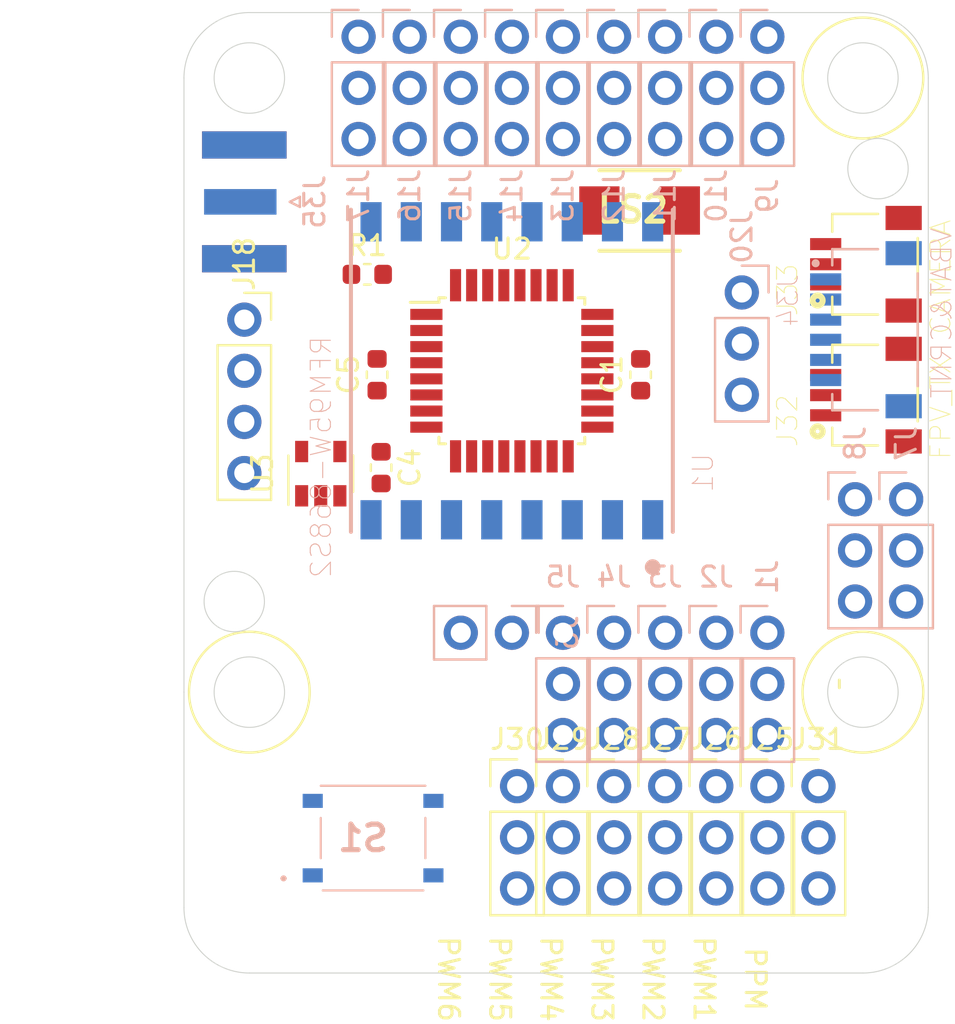
<source format=kicad_pcb>
(kicad_pcb (version 20171130) (host pcbnew "(5.1.2)-2")

  (general
    (thickness 1.6)
    (drawings 26)
    (tracks 0)
    (zones 0)
    (modules 39)
    (nets 81)
  )

  (page A4)
  (layers
    (0 F.Cu signal)
    (31 B.Cu signal)
    (32 B.Adhes user)
    (33 F.Adhes user)
    (34 B.Paste user)
    (35 F.Paste user)
    (36 B.SilkS user)
    (37 F.SilkS user)
    (38 B.Mask user)
    (39 F.Mask user)
    (40 Dwgs.User user)
    (41 Cmts.User user)
    (42 Eco1.User user)
    (43 Eco2.User user)
    (44 Edge.Cuts user)
    (45 Margin user)
    (46 B.CrtYd user)
    (47 F.CrtYd user)
    (48 B.Fab user)
    (49 F.Fab user)
  )

  (setup
    (last_trace_width 0.25)
    (trace_clearance 0.2)
    (zone_clearance 0.508)
    (zone_45_only no)
    (trace_min 0.2)
    (via_size 0.8)
    (via_drill 0.4)
    (via_min_size 0.4)
    (via_min_drill 0.3)
    (uvia_size 0.3)
    (uvia_drill 0.1)
    (uvias_allowed no)
    (uvia_min_size 0.2)
    (uvia_min_drill 0.1)
    (edge_width 0.05)
    (segment_width 0.2)
    (pcb_text_width 0.3)
    (pcb_text_size 1.5 1.5)
    (mod_edge_width 0.12)
    (mod_text_size 1 1)
    (mod_text_width 0.15)
    (pad_size 1.7 1.7)
    (pad_drill 1)
    (pad_to_mask_clearance 0.051)
    (solder_mask_min_width 0.25)
    (aux_axis_origin 0 0)
    (visible_elements 7FFFFFFF)
    (pcbplotparams
      (layerselection 0x010fc_ffffffff)
      (usegerberextensions false)
      (usegerberattributes false)
      (usegerberadvancedattributes false)
      (creategerberjobfile false)
      (excludeedgelayer true)
      (linewidth 0.100000)
      (plotframeref false)
      (viasonmask false)
      (mode 1)
      (useauxorigin false)
      (hpglpennumber 1)
      (hpglpenspeed 20)
      (hpglpendiameter 15.000000)
      (psnegative false)
      (psa4output false)
      (plotreference true)
      (plotvalue true)
      (plotinvisibletext false)
      (padsonsilk false)
      (subtractmaskfromsilk false)
      (outputformat 1)
      (mirror false)
      (drillshape 1)
      (scaleselection 1)
      (outputdirectory ""))
  )

  (net 0 "")
  (net 1 +5V)
  (net 2 GND)
  (net 3 BUZ+)
  (net 4 BUZ–)
  (net 5 VBAT)
  (net 6 SCL_TX3)
  (net 7 CRNT)
  (net 8 RSSI)
  (net 9 SDA_RX3)
  (net 10 TX6)
  (net 11 RAM)
  (net 12 RX6)
  (net 13 RX1)
  (net 14 PWM1)
  (net 15 PWM2)
  (net 16 PWM3)
  (net 17 PWM4)
  (net 18 VIN)
  (net 19 GNDA)
  (net 20 VOUT)
  (net 21 RX)
  (net 22 PWM6)
  (net 23 PWM5)
  (net 24 DO)
  (net 25 "Net-(U1-Pad16)")
  (net 26 "Net-(U1-Pad15)")
  (net 27 "Net-(U1-Pad12)")
  (net 28 "Net-(U1-Pad11)")
  (net 29 "Net-(U1-Pad7)")
  (net 30 "Net-(U2-Pad32)")
  (net 31 "Net-(U2-Pad31)")
  (net 32 "Net-(U2-Pad30)")
  (net 33 "Net-(U2-Pad28)")
  (net 34 "Net-(U2-Pad27)")
  (net 35 "Net-(U2-Pad26)")
  (net 36 "Net-(U2-Pad25)")
  (net 37 "Net-(U2-Pad24)")
  (net 38 "Net-(U2-Pad23)")
  (net 39 "Net-(U2-Pad22)")
  (net 40 "Net-(U2-Pad19)")
  (net 41 "Net-(U2-Pad13)")
  (net 42 "Net-(U2-Pad12)")
  (net 43 "Net-(U2-Pad11)")
  (net 44 "Net-(U2-Pad10)")
  (net 45 "Net-(U2-Pad9)")
  (net 46 "Net-(U2-Pad8)")
  (net 47 "Net-(U2-Pad7)")
  (net 48 "Net-(U2-Pad2)")
  (net 49 "Net-(U2-Pad1)")
  (net 50 PPM_FROM_RC)
  (net 51 SCK)
  (net 52 MISO)
  (net 53 MOSI)
  (net 54 SS)
  (net 55 +3V3)
  (net 56 RESET)
  (net 57 "Net-(C1-Pad1)")
  (net 58 "Net-(U3-Pad4)")
  (net 59 "Net-(C2-Pad1)")
  (net 60 "Net-(J25-Pad2)")
  (net 61 "Net-(J26-Pad2)")
  (net 62 "Net-(J27-Pad2)")
  (net 63 "Net-(J28-Pad2)")
  (net 64 "Net-(J29-Pad2)")
  (net 65 "Net-(J30-Pad2)")
  (net 66 "Net-(J31-Pad3)")
  (net 67 "Net-(J31-Pad2)")
  (net 68 "Net-(LS2-Pad2)")
  (net 69 "Net-(LS2-Pad1)")
  (net 70 "Net-(S1-Pad3)")
  (net 71 "Net-(S1-Pad1)")
  (net 72 "Net-(J32-Pad3)")
  (net 73 "Net-(J32-PadS1)")
  (net 74 "Net-(J33-Pad3)")
  (net 75 "Net-(J33-PadS1)")
  (net 76 "Net-(J34-Pad3)")
  (net 77 "Net-(J34-PadS1)")
  (net 78 "Net-(J34-Pad4)")
  (net 79 "Net-(J35-Pad1)")
  (net 80 DIO0)

  (net_class Default "Ez az alapértelmezett vezetékosztály"
    (clearance 0.2)
    (trace_width 0.25)
    (via_dia 0.8)
    (via_drill 0.4)
    (uvia_dia 0.3)
    (uvia_drill 0.1)
    (add_net +3V3)
    (add_net +5V)
    (add_net BUZ+)
    (add_net BUZ–)
    (add_net CRNT)
    (add_net DIO0)
    (add_net DO)
    (add_net GND)
    (add_net GNDA)
    (add_net MISO)
    (add_net MOSI)
    (add_net "Net-(C1-Pad1)")
    (add_net "Net-(C2-Pad1)")
    (add_net "Net-(J25-Pad2)")
    (add_net "Net-(J26-Pad2)")
    (add_net "Net-(J27-Pad2)")
    (add_net "Net-(J28-Pad2)")
    (add_net "Net-(J29-Pad2)")
    (add_net "Net-(J30-Pad2)")
    (add_net "Net-(J31-Pad2)")
    (add_net "Net-(J31-Pad3)")
    (add_net "Net-(J32-Pad3)")
    (add_net "Net-(J32-PadS1)")
    (add_net "Net-(J33-Pad3)")
    (add_net "Net-(J33-PadS1)")
    (add_net "Net-(J34-Pad3)")
    (add_net "Net-(J34-Pad4)")
    (add_net "Net-(J34-PadS1)")
    (add_net "Net-(J35-Pad1)")
    (add_net "Net-(LS2-Pad1)")
    (add_net "Net-(LS2-Pad2)")
    (add_net "Net-(S1-Pad1)")
    (add_net "Net-(S1-Pad3)")
    (add_net "Net-(U1-Pad11)")
    (add_net "Net-(U1-Pad12)")
    (add_net "Net-(U1-Pad15)")
    (add_net "Net-(U1-Pad16)")
    (add_net "Net-(U1-Pad7)")
    (add_net "Net-(U2-Pad1)")
    (add_net "Net-(U2-Pad10)")
    (add_net "Net-(U2-Pad11)")
    (add_net "Net-(U2-Pad12)")
    (add_net "Net-(U2-Pad13)")
    (add_net "Net-(U2-Pad19)")
    (add_net "Net-(U2-Pad2)")
    (add_net "Net-(U2-Pad22)")
    (add_net "Net-(U2-Pad23)")
    (add_net "Net-(U2-Pad24)")
    (add_net "Net-(U2-Pad25)")
    (add_net "Net-(U2-Pad26)")
    (add_net "Net-(U2-Pad27)")
    (add_net "Net-(U2-Pad28)")
    (add_net "Net-(U2-Pad30)")
    (add_net "Net-(U2-Pad31)")
    (add_net "Net-(U2-Pad32)")
    (add_net "Net-(U2-Pad7)")
    (add_net "Net-(U2-Pad8)")
    (add_net "Net-(U2-Pad9)")
    (add_net "Net-(U3-Pad4)")
    (add_net PPM_FROM_RC)
    (add_net PWM1)
    (add_net PWM2)
    (add_net PWM3)
    (add_net PWM4)
    (add_net PWM5)
    (add_net PWM6)
    (add_net RAM)
    (add_net RESET)
    (add_net RSSI)
    (add_net RX)
    (add_net RX1)
    (add_net RX6)
    (add_net SCK)
    (add_net SCL_TX3)
    (add_net SDA_RX3)
    (add_net SS)
    (add_net TX6)
    (add_net VBAT)
    (add_net VIN)
    (add_net VOUT)
  )

  (module Connector_Coaxial:SMA_Samtec_SMA-J-P-H-ST-EM1_EdgeMount (layer B.Cu) (tedit 5BA382C0) (tstamp 5E0E1DB5)
    (at 33 39.4 180)
    (descr http://suddendocs.samtec.com/prints/sma-j-p-x-st-em1-mkt.pdf)
    (tags SMA)
    (path /5E0EA459)
    (attr smd)
    (fp_text reference J35 (at -3.5 0 -90) (layer B.SilkS)
      (effects (font (size 1 1) (thickness 0.15)) (justify mirror))
    )
    (fp_text value Conn_Coaxial (at 5 -5.9) (layer B.Fab)
      (effects (font (size 1 1) (thickness 0.15)) (justify mirror))
    )
    (fp_text user "PCB Edge" (at 2.6 0 -90) (layer Dwgs.User)
      (effects (font (size 0.5 0.5) (thickness 0.1)))
    )
    (fp_line (start 2.1 3.5) (end 2.1 -3.5) (layer Dwgs.User) (width 0.1))
    (fp_line (start 3 -4.5) (end 3 -4) (layer F.CrtYd) (width 0.05))
    (fp_line (start 12.12 -4.5) (end 3 -4.5) (layer F.CrtYd) (width 0.05))
    (fp_line (start 3 4.5) (end 3 4) (layer F.CrtYd) (width 0.05))
    (fp_line (start 12.12 4.5) (end 3 4.5) (layer F.CrtYd) (width 0.05))
    (fp_line (start 3 4.5) (end 3 4) (layer B.CrtYd) (width 0.05))
    (fp_line (start 12.12 4.5) (end 3 4.5) (layer B.CrtYd) (width 0.05))
    (fp_line (start 3 -4.5) (end 3 -4) (layer B.CrtYd) (width 0.05))
    (fp_line (start 12.12 -4.5) (end 3 -4.5) (layer B.CrtYd) (width 0.05))
    (fp_line (start -1.71 -3.175) (end 11.62 -3.175) (layer B.Fab) (width 0.1))
    (fp_line (start -1.71 -2.365) (end -1.71 -3.175) (layer B.Fab) (width 0.1))
    (fp_line (start 2.1 -2.365) (end -1.71 -2.365) (layer B.Fab) (width 0.1))
    (fp_line (start 2.1 2.365) (end 2.1 -2.365) (layer B.Fab) (width 0.1))
    (fp_line (start -1.71 2.365) (end 2.1 2.365) (layer B.Fab) (width 0.1))
    (fp_line (start -1.71 3.175) (end -1.71 2.365) (layer B.Fab) (width 0.1))
    (fp_line (start -1.71 3.175) (end 11.62 3.175) (layer B.Fab) (width 0.1))
    (fp_line (start 11.62 3.165) (end 11.62 -3.165) (layer B.Fab) (width 0.1))
    (fp_line (start -2.6 -4) (end -2.6 4) (layer F.CrtYd) (width 0.05))
    (fp_line (start 3 -4) (end -2.6 -4) (layer F.CrtYd) (width 0.05))
    (fp_line (start 12.12 4.5) (end 12.12 -4.5) (layer F.CrtYd) (width 0.05))
    (fp_line (start 3 4) (end -2.6 4) (layer F.CrtYd) (width 0.05))
    (fp_line (start -2.6 -4) (end -2.6 4) (layer B.CrtYd) (width 0.05))
    (fp_line (start 3 -4) (end -2.6 -4) (layer B.CrtYd) (width 0.05))
    (fp_line (start 12.12 4.5) (end 12.12 -4.5) (layer B.CrtYd) (width 0.05))
    (fp_line (start 3 4) (end -2.6 4) (layer B.CrtYd) (width 0.05))
    (fp_text user %R (at 4.79 0 90) (layer B.Fab)
      (effects (font (size 1 1) (thickness 0.15)) (justify mirror))
    )
    (fp_line (start 2.1 0.75) (end 3.1 0) (layer B.Fab) (width 0.1))
    (fp_line (start 3.1 0) (end 2.1 -0.75) (layer B.Fab) (width 0.1))
    (fp_line (start -2.26 0) (end -2.76 0.25) (layer B.SilkS) (width 0.12))
    (fp_line (start -2.76 0.25) (end -2.76 -0.25) (layer B.SilkS) (width 0.12))
    (fp_line (start -2.76 -0.25) (end -2.26 0) (layer B.SilkS) (width 0.12))
    (pad 1 smd rect (at 0.2 0 90) (size 1.27 3.6) (layers B.Cu B.Paste B.Mask)
      (net 79 "Net-(J35-Pad1)"))
    (pad 2 smd rect (at 0 2.825 90) (size 1.35 4.2) (layers B.Cu B.Paste B.Mask)
      (net 2 GND))
    (pad 2 smd rect (at 0 -2.825 90) (size 1.35 4.2) (layers B.Cu B.Paste B.Mask)
      (net 2 GND))
    (pad 2 smd rect (at 0 2.825 90) (size 1.35 4.2) (layers F.Cu F.Paste F.Mask)
      (net 2 GND))
    (pad 2 smd rect (at 0 -2.825 90) (size 1.35 4.2) (layers F.Cu F.Paste F.Mask)
      (net 2 GND))
    (model ${KISYS3DMOD}/Connector_Coaxial.3dshapes/SMA_Samtec_SMA-J-P-H-ST-EM1_EdgeMount.wrl
      (at (xyz 0 0 0))
      (scale (xyz 1 1 1))
      (rotate (xyz 0 0 0))
    )
  )

  (module "SM03B-SRSS-TB_LF__SN_:JST_SM03B-SRSS-TB(LF)(SN)" (layer F.Cu) (tedit 0) (tstamp 5E0814BD)
    (at 61.9 42.5 90)
    (path /5E0B7ECD)
    (attr smd)
    (fp_text reference J33 (at -1.27 -1.905 90) (layer F.SilkS)
      (effects (font (size 1 1) (thickness 0.05)))
    )
    (fp_text value CAMERA (at -0.635 5.715 90) (layer F.SilkS)
      (effects (font (size 1 1) (thickness 0.05)))
    )
    (fp_line (start -3.15 5.025) (end -3.15 -1.025) (layer Eco1.User) (width 0.05))
    (fp_line (start 3.15 5.025) (end -3.15 5.025) (layer Eco1.User) (width 0.05))
    (fp_line (start 3.15 -1.025) (end 3.15 5.025) (layer Eco1.User) (width 0.05))
    (fp_line (start -3.15 -1.025) (end 3.15 -1.025) (layer Eco1.User) (width 0.05))
    (fp_circle (center -1.8 -0.4) (end -1.7 -0.4) (layer Eco2.User) (width 0.3))
    (fp_circle (center -1.8 -0.4) (end -1.7 -0.4) (layer F.SilkS) (width 0.3))
    (fp_line (start 2.5 0.325) (end 1.615 0.325) (layer F.SilkS) (width 0.127))
    (fp_line (start 2.5 2.6) (end 2.5 0.325) (layer F.SilkS) (width 0.127))
    (fp_line (start -1.3 4.575) (end 1.3 4.575) (layer F.SilkS) (width 0.127))
    (fp_line (start -2.5 0.325) (end -2.5 2.6) (layer F.SilkS) (width 0.127))
    (fp_line (start -1.615 0.325) (end -2.5 0.325) (layer F.SilkS) (width 0.127))
    (fp_line (start -2.5 4.575) (end -2.5 0.325) (layer Eco2.User) (width 0.127))
    (fp_line (start 2.5 4.575) (end -2.5 4.575) (layer Eco2.User) (width 0.127))
    (fp_line (start 2.5 0.325) (end 2.5 4.575) (layer Eco2.User) (width 0.127))
    (fp_line (start -2.5 0.325) (end 2.5 0.325) (layer Eco2.User) (width 0.127))
    (pad S2 smd rect (at 2.3 3.875 270) (size 1.2 1.8) (layers F.Cu F.Paste F.Mask)
      (net 75 "Net-(J33-PadS1)"))
    (pad S1 smd rect (at -2.3 3.875 270) (size 1.2 1.8) (layers F.Cu F.Paste F.Mask)
      (net 75 "Net-(J33-PadS1)"))
    (pad 3 smd rect (at 1 0 180) (size 1.55 0.6) (layers F.Cu F.Paste F.Mask)
      (net 74 "Net-(J33-Pad3)"))
    (pad 1 smd rect (at -1 0 180) (size 1.55 0.6) (layers F.Cu F.Paste F.Mask)
      (net 18 VIN))
    (pad 2 smd rect (at 0 0 180) (size 1.55 0.6) (layers F.Cu F.Paste F.Mask)
      (net 2 GND))
  )

  (module "SM03B-SRSS-TB_LF__SN_:JST_SM03B-SRSS-TB(LF)(SN)" (layer F.Cu) (tedit 0) (tstamp 5E0814A5)
    (at 61.9 49 90)
    (path /5E0B9471)
    (attr smd)
    (fp_text reference J32 (at -1.27 -1.905 90) (layer F.SilkS)
      (effects (font (size 1 1) (thickness 0.05)))
    )
    (fp_text value FPV_TX (at -0.635 5.715 90) (layer F.SilkS)
      (effects (font (size 1 1) (thickness 0.05)))
    )
    (fp_line (start -3.15 5.025) (end -3.15 -1.025) (layer Eco1.User) (width 0.05))
    (fp_line (start 3.15 5.025) (end -3.15 5.025) (layer Eco1.User) (width 0.05))
    (fp_line (start 3.15 -1.025) (end 3.15 5.025) (layer Eco1.User) (width 0.05))
    (fp_line (start -3.15 -1.025) (end 3.15 -1.025) (layer Eco1.User) (width 0.05))
    (fp_circle (center -1.8 -0.4) (end -1.7 -0.4) (layer Eco2.User) (width 0.3))
    (fp_circle (center -1.8 -0.4) (end -1.7 -0.4) (layer F.SilkS) (width 0.3))
    (fp_line (start 2.5 0.325) (end 1.615 0.325) (layer F.SilkS) (width 0.127))
    (fp_line (start 2.5 2.6) (end 2.5 0.325) (layer F.SilkS) (width 0.127))
    (fp_line (start -1.3 4.575) (end 1.3 4.575) (layer F.SilkS) (width 0.127))
    (fp_line (start -2.5 0.325) (end -2.5 2.6) (layer F.SilkS) (width 0.127))
    (fp_line (start -1.615 0.325) (end -2.5 0.325) (layer F.SilkS) (width 0.127))
    (fp_line (start -2.5 4.575) (end -2.5 0.325) (layer Eco2.User) (width 0.127))
    (fp_line (start 2.5 4.575) (end -2.5 4.575) (layer Eco2.User) (width 0.127))
    (fp_line (start 2.5 0.325) (end 2.5 4.575) (layer Eco2.User) (width 0.127))
    (fp_line (start -2.5 0.325) (end 2.5 0.325) (layer Eco2.User) (width 0.127))
    (pad S2 smd rect (at 2.3 3.875 270) (size 1.2 1.8) (layers F.Cu F.Paste F.Mask)
      (net 73 "Net-(J32-PadS1)"))
    (pad S1 smd rect (at -2.3 3.875 270) (size 1.2 1.8) (layers F.Cu F.Paste F.Mask)
      (net 73 "Net-(J32-PadS1)"))
    (pad 3 smd rect (at 1 0 180) (size 1.55 0.6) (layers F.Cu F.Paste F.Mask)
      (net 72 "Net-(J32-Pad3)"))
    (pad 1 smd rect (at -1 0 180) (size 1.55 0.6) (layers F.Cu F.Paste F.Mask)
      (net 20 VOUT))
    (pad 2 smd rect (at 0 0 180) (size 1.55 0.6) (layers F.Cu F.Paste F.Mask)
      (net 2 GND))
  )

  (module "SM06B-SRSS-TB_LF__SN_:JST_SM06B-SRSS-TB(LF)(SN)" (layer B.Cu) (tedit 0) (tstamp 5E08053C)
    (at 61.9 45.75 270)
    (path /5E091EDE)
    (attr smd)
    (fp_text reference J34 (at -1.46 1.875 270) (layer B.SilkS)
      (effects (font (size 1 1) (thickness 0.05)) (justify mirror))
    )
    (fp_text value VBAT&CRNT (at -0.825 -5.765 270) (layer B.SilkS)
      (effects (font (size 1 1) (thickness 0.05)) (justify mirror))
    )
    (fp_line (start -4.65 -5.025) (end -4.65 1.025) (layer Eco1.User) (width 0.05))
    (fp_line (start 4.65 -5.025) (end -4.65 -5.025) (layer Eco1.User) (width 0.05))
    (fp_line (start 4.65 1.025) (end 4.65 -5.025) (layer Eco1.User) (width 0.05))
    (fp_line (start -4.65 1.025) (end 4.65 1.025) (layer Eco1.User) (width 0.05))
    (fp_circle (center -3.3 0.5) (end -3.2 0.5) (layer Eco2.User) (width 0.2))
    (fp_circle (center -3.3 0.5) (end -3.2 0.5) (layer B.SilkS) (width 0.2))
    (fp_line (start -2.8 -4.575) (end 2.8 -4.575) (layer B.SilkS) (width 0.127))
    (fp_line (start 4 -0.325) (end 4 -2.6) (layer B.SilkS) (width 0.127))
    (fp_line (start 3.2 -0.325) (end 4 -0.325) (layer B.SilkS) (width 0.127))
    (fp_line (start -4 -0.325) (end -4 -2.6) (layer B.SilkS) (width 0.127))
    (fp_line (start -3.2 -0.325) (end -4 -0.325) (layer B.SilkS) (width 0.127))
    (fp_line (start -4 -4.575) (end -4 -0.325) (layer Eco2.User) (width 0.127))
    (fp_line (start 4 -4.575) (end -4 -4.575) (layer Eco2.User) (width 0.127))
    (fp_line (start 4 -0.325) (end 4 -4.575) (layer Eco2.User) (width 0.127))
    (fp_line (start -4 -0.325) (end 4 -0.325) (layer Eco2.User) (width 0.127))
    (pad S2 smd rect (at 3.8 -3.875 270) (size 1.2 1.8) (layers B.Cu B.Paste B.Mask)
      (net 77 "Net-(J34-PadS1)"))
    (pad S1 smd rect (at -3.8 -3.875 270) (size 1.2 1.8) (layers B.Cu B.Paste B.Mask)
      (net 77 "Net-(J34-PadS1)"))
    (pad 5 smd rect (at 1.5 0 90) (size 0.6 1.55) (layers B.Cu B.Paste B.Mask)
      (net 2 GND))
    (pad 4 smd rect (at 0.5 0 90) (size 0.6 1.55) (layers B.Cu B.Paste B.Mask)
      (net 78 "Net-(J34-Pad4)"))
    (pad 3 smd rect (at -0.5 0 90) (size 0.6 1.55) (layers B.Cu B.Paste B.Mask)
      (net 76 "Net-(J34-Pad3)"))
    (pad 2 smd rect (at -1.5 0 90) (size 0.6 1.55) (layers B.Cu B.Paste B.Mask)
      (net 5 VBAT))
    (pad 1 smd rect (at -2.5 0 90) (size 0.6 1.55) (layers B.Cu B.Paste B.Mask)
      (net 7 CRNT))
    (pad 6 smd rect (at 2.5 0 90) (size 0.6 1.55) (layers B.Cu B.Paste B.Mask)
      (net 2 GND))
  )

  (module PTS526_SK08_SMTR2_LFS:PTS526SKG15SMTR2LFS (layer B.Cu) (tedit 5E011B18) (tstamp 5E07EBD7)
    (at 39.4 71)
    (descr "PTS526 SKG15 SMTR2 LFS-1")
    (tags Switch)
    (path /5E090F04)
    (attr smd)
    (fp_text reference S1 (at -0.5 0) (layer B.SilkS)
      (effects (font (size 1.27 1.27) (thickness 0.254)) (justify mirror))
    )
    (fp_text value PTS526_SK08_SMTR2_LFS (at -0.5 0) (layer B.SilkS) hide
      (effects (font (size 1.27 1.27) (thickness 0.254)) (justify mirror))
    )
    (fp_arc (start -4.45 2) (end -4.4 2) (angle 180) (layer B.SilkS) (width 0.2))
    (fp_arc (start -4.45 2) (end -4.5 2) (angle 180) (layer B.SilkS) (width 0.2))
    (fp_line (start -4.5 2) (end -4.4 2) (layer B.SilkS) (width 0.2))
    (fp_line (start -4.4 2) (end -4.4 2) (layer B.SilkS) (width 0.2))
    (fp_line (start -4.5 2) (end -4.5 2) (layer B.SilkS) (width 0.2))
    (fp_line (start -2.6 -1) (end -2.6 1) (layer B.SilkS) (width 0.1))
    (fp_line (start -2.6 -1) (end -2.6 -1) (layer B.SilkS) (width 0.1))
    (fp_line (start -2.6 1) (end -2.6 -1) (layer B.SilkS) (width 0.1))
    (fp_line (start -2.6 1) (end -2.6 1) (layer B.SilkS) (width 0.1))
    (fp_line (start 2.6 -1) (end 2.6 1) (layer B.SilkS) (width 0.1))
    (fp_line (start 2.6 -1) (end 2.6 -1) (layer B.SilkS) (width 0.1))
    (fp_line (start 2.6 1) (end 2.6 -1) (layer B.SilkS) (width 0.1))
    (fp_line (start 2.6 1) (end 2.6 1) (layer B.SilkS) (width 0.1))
    (fp_line (start -5.5 -3.6) (end -5.5 3.6) (layer Dwgs.User) (width 0.1))
    (fp_line (start 4.5 -3.6) (end -5.5 -3.6) (layer Dwgs.User) (width 0.1))
    (fp_line (start 4.5 3.6) (end 4.5 -3.6) (layer Dwgs.User) (width 0.1))
    (fp_line (start -5.5 3.6) (end 4.5 3.6) (layer Dwgs.User) (width 0.1))
    (fp_line (start -2.6 -2.6) (end -2.6 -2.6) (layer B.SilkS) (width 0.1))
    (fp_line (start 2.6 -2.6) (end -2.6 -2.6) (layer B.SilkS) (width 0.1))
    (fp_line (start 2.6 -2.6) (end 2.6 -2.6) (layer B.SilkS) (width 0.1))
    (fp_line (start -2.6 -2.6) (end 2.6 -2.6) (layer B.SilkS) (width 0.1))
    (fp_line (start -2.5 2.6) (end -2.5 2.6) (layer B.SilkS) (width 0.1))
    (fp_line (start 2.5 2.6) (end -2.5 2.6) (layer B.SilkS) (width 0.1))
    (fp_line (start 2.5 2.6) (end 2.5 2.6) (layer B.SilkS) (width 0.1))
    (fp_line (start -2.5 2.6) (end 2.5 2.6) (layer B.SilkS) (width 0.1))
    (fp_line (start -2.6 2.6) (end -2.6 -2.6) (layer Dwgs.User) (width 0.2))
    (fp_line (start 2.6 2.6) (end -2.6 2.6) (layer Dwgs.User) (width 0.2))
    (fp_line (start 2.6 -2.6) (end 2.6 2.6) (layer Dwgs.User) (width 0.2))
    (fp_line (start -2.6 -2.6) (end 2.6 -2.6) (layer Dwgs.User) (width 0.2))
    (pad 4 smd rect (at 3 -1.85 270) (size 0.7 1) (layers B.Cu B.Paste B.Mask)
      (net 2 GND))
    (pad 3 smd rect (at -3 -1.85 270) (size 0.7 1) (layers B.Cu B.Paste B.Mask)
      (net 70 "Net-(S1-Pad3)"))
    (pad 2 smd rect (at 3 1.85 270) (size 0.7 1) (layers B.Cu B.Paste B.Mask)
      (net 56 RESET))
    (pad 1 smd rect (at -3 1.85 270) (size 0.7 1) (layers B.Cu B.Paste B.Mask)
      (net 71 "Net-(S1-Pad1)"))
  )

  (module CMT-4023S-SMT-TR:CMT-4023S (layer F.Cu) (tedit 5DFBD97D) (tstamp 5E07EB92)
    (at 52.65 39.83)
    (descr CMT-4023S)
    (tags "Loudspeaker or Buzzer")
    (path /5E088B15)
    (attr smd)
    (fp_text reference LS2 (at -0.33 -0.046) (layer F.SilkS)
      (effects (font (size 1.27 1.27) (thickness 0.254)))
    )
    (fp_text value CMT-4023S-SMT-TR (at -0.33 -0.046) (layer F.SilkS) hide
      (effects (font (size 1.27 1.27) (thickness 0.254)))
    )
    (fp_line (start 2 2) (end -2 2) (layer F.SilkS) (width 0.2))
    (fp_line (start -2 -2) (end 2 -2) (layer F.SilkS) (width 0.2))
    (fp_line (start -2 2) (end -2 -2) (layer Dwgs.User) (width 0.2))
    (fp_line (start 2 2) (end -2 2) (layer Dwgs.User) (width 0.2))
    (fp_line (start 2 -2) (end 2 2) (layer Dwgs.User) (width 0.2))
    (fp_line (start -2 -2) (end 2 -2) (layer Dwgs.User) (width 0.2))
    (pad 2 smd rect (at 2 0) (size 2 2.4) (layers F.Cu F.Paste F.Mask)
      (net 68 "Net-(LS2-Pad2)"))
    (pad 1 smd rect (at -2 0) (size 2 2.4) (layers F.Cu F.Paste F.Mask)
      (net 69 "Net-(LS2-Pad1)"))
  )

  (module Connector_PinHeader_2.54mm:PinHeader_1x03_P2.54mm_Vertical (layer F.Cu) (tedit 5E0E2872) (tstamp 5E06B968)
    (at 61.54 68.42)
    (descr "Through hole straight pin header, 1x03, 2.54mm pitch, single row")
    (tags "Through hole pin header THT 1x03 2.54mm single row")
    (path /5E0BF13A)
    (fp_text reference J31 (at 0 -2.33) (layer F.SilkS)
      (effects (font (size 1 1) (thickness 0.15)))
    )
    (fp_text value Conn_01x03_Male (at 0 7.41) (layer F.Fab)
      (effects (font (size 1 1) (thickness 0.15)))
    )
    (fp_text user %R (at 0 2.54 90) (layer F.Fab)
      (effects (font (size 1 1) (thickness 0.15)))
    )
    (fp_line (start 1.8 -1.8) (end -1.8 -1.8) (layer F.CrtYd) (width 0.05))
    (fp_line (start 1.8 6.85) (end 1.8 -1.8) (layer F.CrtYd) (width 0.05))
    (fp_line (start -1.8 6.85) (end 1.8 6.85) (layer F.CrtYd) (width 0.05))
    (fp_line (start -1.8 -1.8) (end -1.8 6.85) (layer F.CrtYd) (width 0.05))
    (fp_line (start -1.33 -1.33) (end 0 -1.33) (layer F.SilkS) (width 0.12))
    (fp_line (start -1.33 0) (end -1.33 -1.33) (layer F.SilkS) (width 0.12))
    (fp_line (start -1.33 1.27) (end 1.33 1.27) (layer F.SilkS) (width 0.12))
    (fp_line (start 1.33 1.27) (end 1.33 6.41) (layer F.SilkS) (width 0.12))
    (fp_line (start -1.33 1.27) (end -1.33 6.41) (layer F.SilkS) (width 0.12))
    (fp_line (start -1.33 6.41) (end 1.33 6.41) (layer F.SilkS) (width 0.12))
    (fp_line (start -1.27 -0.635) (end -0.635 -1.27) (layer F.Fab) (width 0.1))
    (fp_line (start -1.27 6.35) (end -1.27 -0.635) (layer F.Fab) (width 0.1))
    (fp_line (start 1.27 6.35) (end -1.27 6.35) (layer F.Fab) (width 0.1))
    (fp_line (start 1.27 -1.27) (end 1.27 6.35) (layer F.Fab) (width 0.1))
    (fp_line (start -0.635 -1.27) (end 1.27 -1.27) (layer F.Fab) (width 0.1))
    (pad 3 thru_hole oval (at 0 5.08) (size 1.7 1.7) (drill 1) (layers *.Cu *.Mask)
      (net 66 "Net-(J31-Pad3)"))
    (pad 2 thru_hole oval (at 0 2.54) (size 1.7 1.7) (drill 1) (layers *.Cu *.Mask)
      (net 67 "Net-(J31-Pad2)"))
    (pad 1 thru_hole circle (at 0 0) (size 1.7 1.7) (drill 1) (layers *.Cu *.Mask)
      (net 50 PPM_FROM_RC))
    (model ${KISYS3DMOD}/Connector_PinHeader_2.54mm.3dshapes/PinHeader_1x03_P2.54mm_Vertical.wrl
      (at (xyz 0 0 0))
      (scale (xyz 1 1 1))
      (rotate (xyz 0 0 0))
    )
  )

  (module Connector_PinHeader_2.54mm:PinHeader_1x03_P2.54mm_Vertical (layer F.Cu) (tedit 5E0E284E) (tstamp 5E06B951)
    (at 46.56 68.42)
    (descr "Through hole straight pin header, 1x03, 2.54mm pitch, single row")
    (tags "Through hole pin header THT 1x03 2.54mm single row")
    (path /5E0BF3A2)
    (fp_text reference J30 (at 0 -2.33) (layer F.SilkS)
      (effects (font (size 1 1) (thickness 0.15)))
    )
    (fp_text value Conn_01x03_Male (at 0 7.41) (layer F.Fab)
      (effects (font (size 1 1) (thickness 0.15)))
    )
    (fp_text user %R (at 0 2.54 90) (layer F.Fab)
      (effects (font (size 1 1) (thickness 0.15)))
    )
    (fp_line (start 1.8 -1.8) (end -1.8 -1.8) (layer F.CrtYd) (width 0.05))
    (fp_line (start 1.8 6.85) (end 1.8 -1.8) (layer F.CrtYd) (width 0.05))
    (fp_line (start -1.8 6.85) (end 1.8 6.85) (layer F.CrtYd) (width 0.05))
    (fp_line (start -1.8 -1.8) (end -1.8 6.85) (layer F.CrtYd) (width 0.05))
    (fp_line (start -1.33 -1.33) (end 0 -1.33) (layer F.SilkS) (width 0.12))
    (fp_line (start -1.33 0) (end -1.33 -1.33) (layer F.SilkS) (width 0.12))
    (fp_line (start -1.33 1.27) (end 1.33 1.27) (layer F.SilkS) (width 0.12))
    (fp_line (start 1.33 1.27) (end 1.33 6.41) (layer F.SilkS) (width 0.12))
    (fp_line (start -1.33 1.27) (end -1.33 6.41) (layer F.SilkS) (width 0.12))
    (fp_line (start -1.33 6.41) (end 1.33 6.41) (layer F.SilkS) (width 0.12))
    (fp_line (start -1.27 -0.635) (end -0.635 -1.27) (layer F.Fab) (width 0.1))
    (fp_line (start -1.27 6.35) (end -1.27 -0.635) (layer F.Fab) (width 0.1))
    (fp_line (start 1.27 6.35) (end -1.27 6.35) (layer F.Fab) (width 0.1))
    (fp_line (start 1.27 -1.27) (end 1.27 6.35) (layer F.Fab) (width 0.1))
    (fp_line (start -0.635 -1.27) (end 1.27 -1.27) (layer F.Fab) (width 0.1))
    (pad 3 thru_hole oval (at 0 5.08) (size 1.7 1.7) (drill 1) (layers *.Cu *.Mask)
      (net 2 GND))
    (pad 2 thru_hole oval (at 0 2.54) (size 1.7 1.7) (drill 1) (layers *.Cu *.Mask)
      (net 65 "Net-(J30-Pad2)"))
    (pad 1 thru_hole circle (at 0 0) (size 1.7 1.7) (drill 1) (layers *.Cu *.Mask)
      (net 22 PWM6))
    (model ${KISYS3DMOD}/Connector_PinHeader_2.54mm.3dshapes/PinHeader_1x03_P2.54mm_Vertical.wrl
      (at (xyz 0 0 0))
      (scale (xyz 1 1 1))
      (rotate (xyz 0 0 0))
    )
  )

  (module Connector_PinHeader_2.54mm:PinHeader_1x03_P2.54mm_Vertical (layer F.Cu) (tedit 5E0E2852) (tstamp 5E06B93A)
    (at 48.84 68.42)
    (descr "Through hole straight pin header, 1x03, 2.54mm pitch, single row")
    (tags "Through hole pin header THT 1x03 2.54mm single row")
    (path /5E0BEEA2)
    (fp_text reference J29 (at 0 -2.33) (layer F.SilkS)
      (effects (font (size 1 1) (thickness 0.15)))
    )
    (fp_text value Conn_01x03_Male (at 0 7.41) (layer F.Fab)
      (effects (font (size 1 1) (thickness 0.15)))
    )
    (fp_text user %R (at 0 2.54 90) (layer F.Fab)
      (effects (font (size 1 1) (thickness 0.15)))
    )
    (fp_line (start 1.8 -1.8) (end -1.8 -1.8) (layer F.CrtYd) (width 0.05))
    (fp_line (start 1.8 6.85) (end 1.8 -1.8) (layer F.CrtYd) (width 0.05))
    (fp_line (start -1.8 6.85) (end 1.8 6.85) (layer F.CrtYd) (width 0.05))
    (fp_line (start -1.8 -1.8) (end -1.8 6.85) (layer F.CrtYd) (width 0.05))
    (fp_line (start -1.33 -1.33) (end 0 -1.33) (layer F.SilkS) (width 0.12))
    (fp_line (start -1.33 0) (end -1.33 -1.33) (layer F.SilkS) (width 0.12))
    (fp_line (start -1.33 1.27) (end 1.33 1.27) (layer F.SilkS) (width 0.12))
    (fp_line (start 1.33 1.27) (end 1.33 6.41) (layer F.SilkS) (width 0.12))
    (fp_line (start -1.33 1.27) (end -1.33 6.41) (layer F.SilkS) (width 0.12))
    (fp_line (start -1.33 6.41) (end 1.33 6.41) (layer F.SilkS) (width 0.12))
    (fp_line (start -1.27 -0.635) (end -0.635 -1.27) (layer F.Fab) (width 0.1))
    (fp_line (start -1.27 6.35) (end -1.27 -0.635) (layer F.Fab) (width 0.1))
    (fp_line (start 1.27 6.35) (end -1.27 6.35) (layer F.Fab) (width 0.1))
    (fp_line (start 1.27 -1.27) (end 1.27 6.35) (layer F.Fab) (width 0.1))
    (fp_line (start -0.635 -1.27) (end 1.27 -1.27) (layer F.Fab) (width 0.1))
    (pad 3 thru_hole oval (at 0 5.08) (size 1.7 1.7) (drill 1) (layers *.Cu *.Mask)
      (net 2 GND))
    (pad 2 thru_hole oval (at 0 2.54) (size 1.7 1.7) (drill 1) (layers *.Cu *.Mask)
      (net 64 "Net-(J29-Pad2)"))
    (pad 1 thru_hole circle (at 0 0) (size 1.7 1.7) (drill 1) (layers *.Cu *.Mask)
      (net 23 PWM5))
    (model ${KISYS3DMOD}/Connector_PinHeader_2.54mm.3dshapes/PinHeader_1x03_P2.54mm_Vertical.wrl
      (at (xyz 0 0 0))
      (scale (xyz 1 1 1))
      (rotate (xyz 0 0 0))
    )
  )

  (module Connector_PinHeader_2.54mm:PinHeader_1x03_P2.54mm_Vertical (layer F.Cu) (tedit 5E0E2857) (tstamp 5E06B923)
    (at 51.38 68.42)
    (descr "Through hole straight pin header, 1x03, 2.54mm pitch, single row")
    (tags "Through hole pin header THT 1x03 2.54mm single row")
    (path /5E0BECFA)
    (fp_text reference J28 (at 0 -2.33) (layer F.SilkS)
      (effects (font (size 1 1) (thickness 0.15)))
    )
    (fp_text value Conn_01x03_Male (at 0 7.41) (layer F.Fab)
      (effects (font (size 1 1) (thickness 0.15)))
    )
    (fp_text user %R (at 0 2.54 90) (layer F.Fab)
      (effects (font (size 1 1) (thickness 0.15)))
    )
    (fp_line (start 1.8 -1.8) (end -1.8 -1.8) (layer F.CrtYd) (width 0.05))
    (fp_line (start 1.8 6.85) (end 1.8 -1.8) (layer F.CrtYd) (width 0.05))
    (fp_line (start -1.8 6.85) (end 1.8 6.85) (layer F.CrtYd) (width 0.05))
    (fp_line (start -1.8 -1.8) (end -1.8 6.85) (layer F.CrtYd) (width 0.05))
    (fp_line (start -1.33 -1.33) (end 0 -1.33) (layer F.SilkS) (width 0.12))
    (fp_line (start -1.33 0) (end -1.33 -1.33) (layer F.SilkS) (width 0.12))
    (fp_line (start -1.33 1.27) (end 1.33 1.27) (layer F.SilkS) (width 0.12))
    (fp_line (start 1.33 1.27) (end 1.33 6.41) (layer F.SilkS) (width 0.12))
    (fp_line (start -1.33 1.27) (end -1.33 6.41) (layer F.SilkS) (width 0.12))
    (fp_line (start -1.33 6.41) (end 1.33 6.41) (layer F.SilkS) (width 0.12))
    (fp_line (start -1.27 -0.635) (end -0.635 -1.27) (layer F.Fab) (width 0.1))
    (fp_line (start -1.27 6.35) (end -1.27 -0.635) (layer F.Fab) (width 0.1))
    (fp_line (start 1.27 6.35) (end -1.27 6.35) (layer F.Fab) (width 0.1))
    (fp_line (start 1.27 -1.27) (end 1.27 6.35) (layer F.Fab) (width 0.1))
    (fp_line (start -0.635 -1.27) (end 1.27 -1.27) (layer F.Fab) (width 0.1))
    (pad 3 thru_hole oval (at 0 5.08) (size 1.7 1.7) (drill 1) (layers *.Cu *.Mask)
      (net 2 GND))
    (pad 2 thru_hole oval (at 0 2.54) (size 1.7 1.7) (drill 1) (layers *.Cu *.Mask)
      (net 63 "Net-(J28-Pad2)"))
    (pad 1 thru_hole circle (at 0 0) (size 1.7 1.7) (drill 1) (layers *.Cu *.Mask)
      (net 17 PWM4))
    (model ${KISYS3DMOD}/Connector_PinHeader_2.54mm.3dshapes/PinHeader_1x03_P2.54mm_Vertical.wrl
      (at (xyz 0 0 0))
      (scale (xyz 1 1 1))
      (rotate (xyz 0 0 0))
    )
  )

  (module Connector_PinHeader_2.54mm:PinHeader_1x03_P2.54mm_Vertical (layer F.Cu) (tedit 5E0E285D) (tstamp 5E06B90C)
    (at 53.92 68.42)
    (descr "Through hole straight pin header, 1x03, 2.54mm pitch, single row")
    (tags "Through hole pin header THT 1x03 2.54mm single row")
    (path /5E0BE7F1)
    (fp_text reference J27 (at 0 -2.33) (layer F.SilkS)
      (effects (font (size 1 1) (thickness 0.15)))
    )
    (fp_text value Conn_01x03_Male (at 0 7.41) (layer F.Fab)
      (effects (font (size 1 1) (thickness 0.15)))
    )
    (fp_text user %R (at 0 2.54 90) (layer F.Fab)
      (effects (font (size 1 1) (thickness 0.15)))
    )
    (fp_line (start 1.8 -1.8) (end -1.8 -1.8) (layer F.CrtYd) (width 0.05))
    (fp_line (start 1.8 6.85) (end 1.8 -1.8) (layer F.CrtYd) (width 0.05))
    (fp_line (start -1.8 6.85) (end 1.8 6.85) (layer F.CrtYd) (width 0.05))
    (fp_line (start -1.8 -1.8) (end -1.8 6.85) (layer F.CrtYd) (width 0.05))
    (fp_line (start -1.33 -1.33) (end 0 -1.33) (layer F.SilkS) (width 0.12))
    (fp_line (start -1.33 0) (end -1.33 -1.33) (layer F.SilkS) (width 0.12))
    (fp_line (start -1.33 1.27) (end 1.33 1.27) (layer F.SilkS) (width 0.12))
    (fp_line (start 1.33 1.27) (end 1.33 6.41) (layer F.SilkS) (width 0.12))
    (fp_line (start -1.33 1.27) (end -1.33 6.41) (layer F.SilkS) (width 0.12))
    (fp_line (start -1.33 6.41) (end 1.33 6.41) (layer F.SilkS) (width 0.12))
    (fp_line (start -1.27 -0.635) (end -0.635 -1.27) (layer F.Fab) (width 0.1))
    (fp_line (start -1.27 6.35) (end -1.27 -0.635) (layer F.Fab) (width 0.1))
    (fp_line (start 1.27 6.35) (end -1.27 6.35) (layer F.Fab) (width 0.1))
    (fp_line (start 1.27 -1.27) (end 1.27 6.35) (layer F.Fab) (width 0.1))
    (fp_line (start -0.635 -1.27) (end 1.27 -1.27) (layer F.Fab) (width 0.1))
    (pad 3 thru_hole oval (at 0 5.08) (size 1.7 1.7) (drill 1) (layers *.Cu *.Mask)
      (net 2 GND))
    (pad 2 thru_hole oval (at 0 2.54) (size 1.7 1.7) (drill 1) (layers *.Cu *.Mask)
      (net 62 "Net-(J27-Pad2)"))
    (pad 1 thru_hole circle (at 0 0) (size 1.7 1.7) (drill 1) (layers *.Cu *.Mask)
      (net 16 PWM3))
    (model ${KISYS3DMOD}/Connector_PinHeader_2.54mm.3dshapes/PinHeader_1x03_P2.54mm_Vertical.wrl
      (at (xyz 0 0 0))
      (scale (xyz 1 1 1))
      (rotate (xyz 0 0 0))
    )
  )

  (module Connector_PinHeader_2.54mm:PinHeader_1x03_P2.54mm_Vertical (layer F.Cu) (tedit 5E0E2862) (tstamp 5E06B8F5)
    (at 56.46 68.42)
    (descr "Through hole straight pin header, 1x03, 2.54mm pitch, single row")
    (tags "Through hole pin header THT 1x03 2.54mm single row")
    (path /5E0BEA2C)
    (fp_text reference J26 (at 0 -2.33) (layer F.SilkS)
      (effects (font (size 1 1) (thickness 0.15)))
    )
    (fp_text value Conn_01x03_Male (at 0 7.41) (layer F.Fab)
      (effects (font (size 1 1) (thickness 0.15)))
    )
    (fp_text user %R (at 0 2.54 90) (layer F.Fab)
      (effects (font (size 1 1) (thickness 0.15)))
    )
    (fp_line (start 1.8 -1.8) (end -1.8 -1.8) (layer F.CrtYd) (width 0.05))
    (fp_line (start 1.8 6.85) (end 1.8 -1.8) (layer F.CrtYd) (width 0.05))
    (fp_line (start -1.8 6.85) (end 1.8 6.85) (layer F.CrtYd) (width 0.05))
    (fp_line (start -1.8 -1.8) (end -1.8 6.85) (layer F.CrtYd) (width 0.05))
    (fp_line (start -1.33 -1.33) (end 0 -1.33) (layer F.SilkS) (width 0.12))
    (fp_line (start -1.33 0) (end -1.33 -1.33) (layer F.SilkS) (width 0.12))
    (fp_line (start -1.33 1.27) (end 1.33 1.27) (layer F.SilkS) (width 0.12))
    (fp_line (start 1.33 1.27) (end 1.33 6.41) (layer F.SilkS) (width 0.12))
    (fp_line (start -1.33 1.27) (end -1.33 6.41) (layer F.SilkS) (width 0.12))
    (fp_line (start -1.33 6.41) (end 1.33 6.41) (layer F.SilkS) (width 0.12))
    (fp_line (start -1.27 -0.635) (end -0.635 -1.27) (layer F.Fab) (width 0.1))
    (fp_line (start -1.27 6.35) (end -1.27 -0.635) (layer F.Fab) (width 0.1))
    (fp_line (start 1.27 6.35) (end -1.27 6.35) (layer F.Fab) (width 0.1))
    (fp_line (start 1.27 -1.27) (end 1.27 6.35) (layer F.Fab) (width 0.1))
    (fp_line (start -0.635 -1.27) (end 1.27 -1.27) (layer F.Fab) (width 0.1))
    (pad 3 thru_hole oval (at 0 5.08) (size 1.7 1.7) (drill 1) (layers *.Cu *.Mask)
      (net 2 GND))
    (pad 2 thru_hole oval (at 0 2.54) (size 1.7 1.7) (drill 1) (layers *.Cu *.Mask)
      (net 61 "Net-(J26-Pad2)"))
    (pad 1 thru_hole circle (at 0 0) (size 1.7 1.7) (drill 1) (layers *.Cu *.Mask)
      (net 15 PWM2))
    (model ${KISYS3DMOD}/Connector_PinHeader_2.54mm.3dshapes/PinHeader_1x03_P2.54mm_Vertical.wrl
      (at (xyz 0 0 0))
      (scale (xyz 1 1 1))
      (rotate (xyz 0 0 0))
    )
  )

  (module Connector_PinHeader_2.54mm:PinHeader_1x03_P2.54mm_Vertical (layer F.Cu) (tedit 5E0E2869) (tstamp 5E06B8DE)
    (at 59 68.42)
    (descr "Through hole straight pin header, 1x03, 2.54mm pitch, single row")
    (tags "Through hole pin header THT 1x03 2.54mm single row")
    (path /5E0B652A)
    (fp_text reference J25 (at 0 -2.33) (layer F.SilkS)
      (effects (font (size 1 1) (thickness 0.15)))
    )
    (fp_text value Conn_01x03_Male (at 0 7.41) (layer F.Fab)
      (effects (font (size 1 1) (thickness 0.15)))
    )
    (fp_text user %R (at 0 2.54 90) (layer F.Fab)
      (effects (font (size 1 1) (thickness 0.15)))
    )
    (fp_line (start 1.8 -1.8) (end -1.8 -1.8) (layer F.CrtYd) (width 0.05))
    (fp_line (start 1.8 6.85) (end 1.8 -1.8) (layer F.CrtYd) (width 0.05))
    (fp_line (start -1.8 6.85) (end 1.8 6.85) (layer F.CrtYd) (width 0.05))
    (fp_line (start -1.8 -1.8) (end -1.8 6.85) (layer F.CrtYd) (width 0.05))
    (fp_line (start -1.33 -1.33) (end 0 -1.33) (layer F.SilkS) (width 0.12))
    (fp_line (start -1.33 0) (end -1.33 -1.33) (layer F.SilkS) (width 0.12))
    (fp_line (start -1.33 1.27) (end 1.33 1.27) (layer F.SilkS) (width 0.12))
    (fp_line (start 1.33 1.27) (end 1.33 6.41) (layer F.SilkS) (width 0.12))
    (fp_line (start -1.33 1.27) (end -1.33 6.41) (layer F.SilkS) (width 0.12))
    (fp_line (start -1.33 6.41) (end 1.33 6.41) (layer F.SilkS) (width 0.12))
    (fp_line (start -1.27 -0.635) (end -0.635 -1.27) (layer F.Fab) (width 0.1))
    (fp_line (start -1.27 6.35) (end -1.27 -0.635) (layer F.Fab) (width 0.1))
    (fp_line (start 1.27 6.35) (end -1.27 6.35) (layer F.Fab) (width 0.1))
    (fp_line (start 1.27 -1.27) (end 1.27 6.35) (layer F.Fab) (width 0.1))
    (fp_line (start -0.635 -1.27) (end 1.27 -1.27) (layer F.Fab) (width 0.1))
    (pad 3 thru_hole oval (at 0 5.08) (size 1.7 1.7) (drill 1) (layers *.Cu *.Mask)
      (net 2 GND))
    (pad 2 thru_hole oval (at 0 2.54) (size 1.7 1.7) (drill 1) (layers *.Cu *.Mask)
      (net 60 "Net-(J25-Pad2)"))
    (pad 1 thru_hole circle (at 0 0) (size 1.7 1.7) (drill 1) (layers *.Cu *.Mask)
      (net 14 PWM1))
    (model ${KISYS3DMOD}/Connector_PinHeader_2.54mm.3dshapes/PinHeader_1x03_P2.54mm_Vertical.wrl
      (at (xyz 0 0 0))
      (scale (xyz 1 1 1))
      (rotate (xyz 0 0 0))
    )
  )

  (module Resistor_SMD:R_0603_1608Metric (layer F.Cu) (tedit 5B301BBD) (tstamp 5E06926A)
    (at 39.1125 43)
    (descr "Resistor SMD 0603 (1608 Metric), square (rectangular) end terminal, IPC_7351 nominal, (Body size source: http://www.tortai-tech.com/upload/download/2011102023233369053.pdf), generated with kicad-footprint-generator")
    (tags resistor)
    (path /5E0FDB9F)
    (attr smd)
    (fp_text reference R1 (at 0 -1.43) (layer F.SilkS)
      (effects (font (size 1 1) (thickness 0.15)))
    )
    (fp_text value 10k (at 0 1.43) (layer F.Fab)
      (effects (font (size 1 1) (thickness 0.15)))
    )
    (fp_text user %R (at 0 0) (layer F.Fab)
      (effects (font (size 0.4 0.4) (thickness 0.06)))
    )
    (fp_line (start 1.48 0.73) (end -1.48 0.73) (layer F.CrtYd) (width 0.05))
    (fp_line (start 1.48 -0.73) (end 1.48 0.73) (layer F.CrtYd) (width 0.05))
    (fp_line (start -1.48 -0.73) (end 1.48 -0.73) (layer F.CrtYd) (width 0.05))
    (fp_line (start -1.48 0.73) (end -1.48 -0.73) (layer F.CrtYd) (width 0.05))
    (fp_line (start -0.162779 0.51) (end 0.162779 0.51) (layer F.SilkS) (width 0.12))
    (fp_line (start -0.162779 -0.51) (end 0.162779 -0.51) (layer F.SilkS) (width 0.12))
    (fp_line (start 0.8 0.4) (end -0.8 0.4) (layer F.Fab) (width 0.1))
    (fp_line (start 0.8 -0.4) (end 0.8 0.4) (layer F.Fab) (width 0.1))
    (fp_line (start -0.8 -0.4) (end 0.8 -0.4) (layer F.Fab) (width 0.1))
    (fp_line (start -0.8 0.4) (end -0.8 -0.4) (layer F.Fab) (width 0.1))
    (pad 2 smd roundrect (at 0.7875 0) (size 0.875 0.95) (layers F.Cu F.Paste F.Mask) (roundrect_rratio 0.25)
      (net 56 RESET))
    (pad 1 smd roundrect (at -0.7875 0) (size 0.875 0.95) (layers F.Cu F.Paste F.Mask) (roundrect_rratio 0.25)
      (net 55 +3V3))
    (model ${KISYS3DMOD}/Resistor_SMD.3dshapes/R_0603_1608Metric.wrl
      (at (xyz 0 0 0))
      (scale (xyz 1 1 1))
      (rotate (xyz 0 0 0))
    )
  )

  (module Capacitor_SMD:C_0603_1608Metric (layer F.Cu) (tedit 5B301BBE) (tstamp 5E068E01)
    (at 39.6 47.9875 90)
    (descr "Capacitor SMD 0603 (1608 Metric), square (rectangular) end terminal, IPC_7351 nominal, (Body size source: http://www.tortai-tech.com/upload/download/2011102023233369053.pdf), generated with kicad-footprint-generator")
    (tags capacitor)
    (path /5E0CF579)
    (attr smd)
    (fp_text reference C5 (at 0 -1.43 90) (layer F.SilkS)
      (effects (font (size 1 1) (thickness 0.15)))
    )
    (fp_text value 0,1uF (at 0 1.43 90) (layer F.Fab)
      (effects (font (size 1 1) (thickness 0.15)))
    )
    (fp_text user %R (at 0 0 90) (layer F.Fab)
      (effects (font (size 0.4 0.4) (thickness 0.06)))
    )
    (fp_line (start 1.48 0.73) (end -1.48 0.73) (layer F.CrtYd) (width 0.05))
    (fp_line (start 1.48 -0.73) (end 1.48 0.73) (layer F.CrtYd) (width 0.05))
    (fp_line (start -1.48 -0.73) (end 1.48 -0.73) (layer F.CrtYd) (width 0.05))
    (fp_line (start -1.48 0.73) (end -1.48 -0.73) (layer F.CrtYd) (width 0.05))
    (fp_line (start -0.162779 0.51) (end 0.162779 0.51) (layer F.SilkS) (width 0.12))
    (fp_line (start -0.162779 -0.51) (end 0.162779 -0.51) (layer F.SilkS) (width 0.12))
    (fp_line (start 0.8 0.4) (end -0.8 0.4) (layer F.Fab) (width 0.1))
    (fp_line (start 0.8 -0.4) (end 0.8 0.4) (layer F.Fab) (width 0.1))
    (fp_line (start -0.8 -0.4) (end 0.8 -0.4) (layer F.Fab) (width 0.1))
    (fp_line (start -0.8 0.4) (end -0.8 -0.4) (layer F.Fab) (width 0.1))
    (pad 2 smd roundrect (at 0.7875 0 90) (size 0.875 0.95) (layers F.Cu F.Paste F.Mask) (roundrect_rratio 0.25)
      (net 2 GND))
    (pad 1 smd roundrect (at -0.7875 0 90) (size 0.875 0.95) (layers F.Cu F.Paste F.Mask) (roundrect_rratio 0.25)
      (net 55 +3V3))
    (model ${KISYS3DMOD}/Capacitor_SMD.3dshapes/C_0603_1608Metric.wrl
      (at (xyz 0 0 0))
      (scale (xyz 1 1 1))
      (rotate (xyz 0 0 0))
    )
  )

  (module Capacitor_SMD:C_0603_1608Metric (layer F.Cu) (tedit 5B301BBE) (tstamp 5E068DF0)
    (at 39.8 52.6 270)
    (descr "Capacitor SMD 0603 (1608 Metric), square (rectangular) end terminal, IPC_7351 nominal, (Body size source: http://www.tortai-tech.com/upload/download/2011102023233369053.pdf), generated with kicad-footprint-generator")
    (tags capacitor)
    (path /5E0B1C50)
    (attr smd)
    (fp_text reference C4 (at 0 -1.43 90) (layer F.SilkS)
      (effects (font (size 1 1) (thickness 0.15)))
    )
    (fp_text value 0,1uF (at 0 1.43 90) (layer F.Fab)
      (effects (font (size 1 1) (thickness 0.15)))
    )
    (fp_text user %R (at 0 0 90) (layer F.Fab)
      (effects (font (size 0.4 0.4) (thickness 0.06)))
    )
    (fp_line (start 1.48 0.73) (end -1.48 0.73) (layer F.CrtYd) (width 0.05))
    (fp_line (start 1.48 -0.73) (end 1.48 0.73) (layer F.CrtYd) (width 0.05))
    (fp_line (start -1.48 -0.73) (end 1.48 -0.73) (layer F.CrtYd) (width 0.05))
    (fp_line (start -1.48 0.73) (end -1.48 -0.73) (layer F.CrtYd) (width 0.05))
    (fp_line (start -0.162779 0.51) (end 0.162779 0.51) (layer F.SilkS) (width 0.12))
    (fp_line (start -0.162779 -0.51) (end 0.162779 -0.51) (layer F.SilkS) (width 0.12))
    (fp_line (start 0.8 0.4) (end -0.8 0.4) (layer F.Fab) (width 0.1))
    (fp_line (start 0.8 -0.4) (end 0.8 0.4) (layer F.Fab) (width 0.1))
    (fp_line (start -0.8 -0.4) (end 0.8 -0.4) (layer F.Fab) (width 0.1))
    (fp_line (start -0.8 0.4) (end -0.8 -0.4) (layer F.Fab) (width 0.1))
    (pad 2 smd roundrect (at 0.7875 0 270) (size 0.875 0.95) (layers F.Cu F.Paste F.Mask) (roundrect_rratio 0.25)
      (net 2 GND))
    (pad 1 smd roundrect (at -0.7875 0 270) (size 0.875 0.95) (layers F.Cu F.Paste F.Mask) (roundrect_rratio 0.25)
      (net 55 +3V3))
    (model ${KISYS3DMOD}/Capacitor_SMD.3dshapes/C_0603_1608Metric.wrl
      (at (xyz 0 0 0))
      (scale (xyz 1 1 1))
      (rotate (xyz 0 0 0))
    )
  )

  (module Capacitor_SMD:C_0603_1608Metric (layer F.Cu) (tedit 5B301BBE) (tstamp 5E068DDF)
    (at 52.7 47.9875 90)
    (descr "Capacitor SMD 0603 (1608 Metric), square (rectangular) end terminal, IPC_7351 nominal, (Body size source: http://www.tortai-tech.com/upload/download/2011102023233369053.pdf), generated with kicad-footprint-generator")
    (tags capacitor)
    (path /5E06EF7D)
    (attr smd)
    (fp_text reference C1 (at 0 -1.43 90) (layer F.SilkS)
      (effects (font (size 1 1) (thickness 0.15)))
    )
    (fp_text value 0,1uF (at 0 1.43 90) (layer F.Fab)
      (effects (font (size 1 1) (thickness 0.15)))
    )
    (fp_text user %R (at 0 0 90) (layer F.Fab)
      (effects (font (size 0.4 0.4) (thickness 0.06)))
    )
    (fp_line (start 1.48 0.73) (end -1.48 0.73) (layer F.CrtYd) (width 0.05))
    (fp_line (start 1.48 -0.73) (end 1.48 0.73) (layer F.CrtYd) (width 0.05))
    (fp_line (start -1.48 -0.73) (end 1.48 -0.73) (layer F.CrtYd) (width 0.05))
    (fp_line (start -1.48 0.73) (end -1.48 -0.73) (layer F.CrtYd) (width 0.05))
    (fp_line (start -0.162779 0.51) (end 0.162779 0.51) (layer F.SilkS) (width 0.12))
    (fp_line (start -0.162779 -0.51) (end 0.162779 -0.51) (layer F.SilkS) (width 0.12))
    (fp_line (start 0.8 0.4) (end -0.8 0.4) (layer F.Fab) (width 0.1))
    (fp_line (start 0.8 -0.4) (end 0.8 0.4) (layer F.Fab) (width 0.1))
    (fp_line (start -0.8 -0.4) (end 0.8 -0.4) (layer F.Fab) (width 0.1))
    (fp_line (start -0.8 0.4) (end -0.8 -0.4) (layer F.Fab) (width 0.1))
    (pad 2 smd roundrect (at 0.7875 0 90) (size 0.875 0.95) (layers F.Cu F.Paste F.Mask) (roundrect_rratio 0.25)
      (net 2 GND))
    (pad 1 smd roundrect (at -0.7875 0 90) (size 0.875 0.95) (layers F.Cu F.Paste F.Mask) (roundrect_rratio 0.25)
      (net 57 "Net-(C1-Pad1)"))
    (model ${KISYS3DMOD}/Capacitor_SMD.3dshapes/C_0603_1608Metric.wrl
      (at (xyz 0 0 0))
      (scale (xyz 1 1 1))
      (rotate (xyz 0 0 0))
    )
  )

  (module Package_TO_SOT_SMD:SOT-23-5 (layer F.Cu) (tedit 5A02FF57) (tstamp 5E067F5E)
    (at 36.8 52.9 90)
    (descr "5-pin SOT23 package")
    (tags SOT-23-5)
    (path /5E06C702)
    (attr smd)
    (fp_text reference U3 (at 0 -2.9 90) (layer F.SilkS)
      (effects (font (size 1 1) (thickness 0.15)))
    )
    (fp_text value MIC5205-3.3YM5 (at 0 2.9 90) (layer F.Fab)
      (effects (font (size 1 1) (thickness 0.15)))
    )
    (fp_line (start 0.9 -1.55) (end 0.9 1.55) (layer F.Fab) (width 0.1))
    (fp_line (start 0.9 1.55) (end -0.9 1.55) (layer F.Fab) (width 0.1))
    (fp_line (start -0.9 -0.9) (end -0.9 1.55) (layer F.Fab) (width 0.1))
    (fp_line (start 0.9 -1.55) (end -0.25 -1.55) (layer F.Fab) (width 0.1))
    (fp_line (start -0.9 -0.9) (end -0.25 -1.55) (layer F.Fab) (width 0.1))
    (fp_line (start -1.9 1.8) (end -1.9 -1.8) (layer F.CrtYd) (width 0.05))
    (fp_line (start 1.9 1.8) (end -1.9 1.8) (layer F.CrtYd) (width 0.05))
    (fp_line (start 1.9 -1.8) (end 1.9 1.8) (layer F.CrtYd) (width 0.05))
    (fp_line (start -1.9 -1.8) (end 1.9 -1.8) (layer F.CrtYd) (width 0.05))
    (fp_line (start 0.9 -1.61) (end -1.55 -1.61) (layer F.SilkS) (width 0.12))
    (fp_line (start -0.9 1.61) (end 0.9 1.61) (layer F.SilkS) (width 0.12))
    (fp_text user %R (at 0 0) (layer F.Fab)
      (effects (font (size 0.5 0.5) (thickness 0.075)))
    )
    (pad 5 smd rect (at 1.1 -0.95 90) (size 1.06 0.65) (layers F.Cu F.Paste F.Mask)
      (net 55 +3V3))
    (pad 4 smd rect (at 1.1 0.95 90) (size 1.06 0.65) (layers F.Cu F.Paste F.Mask)
      (net 58 "Net-(U3-Pad4)"))
    (pad 3 smd rect (at -1.1 0.95 90) (size 1.06 0.65) (layers F.Cu F.Paste F.Mask)
      (net 59 "Net-(C2-Pad1)"))
    (pad 2 smd rect (at -1.1 0 90) (size 1.06 0.65) (layers F.Cu F.Paste F.Mask)
      (net 2 GND))
    (pad 1 smd rect (at -1.1 -0.95 90) (size 1.06 0.65) (layers F.Cu F.Paste F.Mask)
      (net 59 "Net-(C2-Pad1)"))
    (model ${KISYS3DMOD}/Package_TO_SOT_SMD.3dshapes/SOT-23-5.wrl
      (at (xyz 0 0 0))
      (scale (xyz 1 1 1))
      (rotate (xyz 0 0 0))
    )
  )

  (module Connector_PinSocket_2.54mm:PinSocket_1x02_P2.54mm_Vertical (layer B.Cu) (tedit 5E0E2833) (tstamp 5E06D956)
    (at 46.3 60.8 90)
    (descr "Through hole straight socket strip, 1x02, 2.54mm pitch, single row (from Kicad 4.0.7), script generated")
    (tags "Through hole socket strip THT 1x02 2.54mm single row")
    (path /5E061C4F)
    (fp_text reference J6 (at 0 2.77 270) (layer B.SilkS)
      (effects (font (size 1 1) (thickness 0.15)) (justify mirror))
    )
    (fp_text value PWM5&6 (at 0 -5.31 270) (layer B.Fab)
      (effects (font (size 1 1) (thickness 0.15)) (justify mirror))
    )
    (fp_text user %R (at 0 -1.27) (layer B.Fab)
      (effects (font (size 1 1) (thickness 0.15)) (justify mirror))
    )
    (fp_line (start -1.8 -4.3) (end -1.8 1.8) (layer B.CrtYd) (width 0.05))
    (fp_line (start 1.75 -4.3) (end -1.8 -4.3) (layer B.CrtYd) (width 0.05))
    (fp_line (start 1.75 1.8) (end 1.75 -4.3) (layer B.CrtYd) (width 0.05))
    (fp_line (start -1.8 1.8) (end 1.75 1.8) (layer B.CrtYd) (width 0.05))
    (fp_line (start 0 1.33) (end 1.33 1.33) (layer B.SilkS) (width 0.12))
    (fp_line (start 1.33 1.33) (end 1.33 0) (layer B.SilkS) (width 0.12))
    (fp_line (start 1.33 -1.27) (end 1.33 -3.87) (layer B.SilkS) (width 0.12))
    (fp_line (start -1.33 -3.87) (end 1.33 -3.87) (layer B.SilkS) (width 0.12))
    (fp_line (start -1.33 -1.27) (end -1.33 -3.87) (layer B.SilkS) (width 0.12))
    (fp_line (start -1.33 -1.27) (end 1.33 -1.27) (layer B.SilkS) (width 0.12))
    (fp_line (start -1.27 -3.81) (end -1.27 1.27) (layer B.Fab) (width 0.1))
    (fp_line (start 1.27 -3.81) (end -1.27 -3.81) (layer B.Fab) (width 0.1))
    (fp_line (start 1.27 0.635) (end 1.27 -3.81) (layer B.Fab) (width 0.1))
    (fp_line (start 0.635 1.27) (end 1.27 0.635) (layer B.Fab) (width 0.1))
    (fp_line (start -1.27 1.27) (end 0.635 1.27) (layer B.Fab) (width 0.1))
    (pad 2 thru_hole oval (at 0 -2.54 90) (size 1.7 1.7) (drill 1) (layers *.Cu *.Mask)
      (net 22 PWM6))
    (pad 1 thru_hole circle (at 0 0 90) (size 1.7 1.7) (drill 1) (layers *.Cu *.Mask)
      (net 23 PWM5))
    (model ${KISYS3DMOD}/Connector_PinSocket_2.54mm.3dshapes/PinSocket_1x02_P2.54mm_Vertical.wrl
      (at (xyz 0 0 0))
      (scale (xyz 1 1 1))
      (rotate (xyz 0 0 0))
    )
  )

  (module Connector_PinSocket_2.54mm:PinSocket_1x03_P2.54mm_Vertical (layer B.Cu) (tedit 5E0E2838) (tstamp 5E06D8A6)
    (at 48.84 60.8 180)
    (descr "Through hole straight socket strip, 1x03, 2.54mm pitch, single row (from Kicad 4.0.7), script generated")
    (tags "Through hole socket strip THT 1x03 2.54mm single row")
    (path /5E060900)
    (fp_text reference J5 (at 0 2.77) (layer B.SilkS)
      (effects (font (size 1 1) (thickness 0.15)) (justify mirror))
    )
    (fp_text value PWM4 (at 0 -7.85) (layer B.Fab)
      (effects (font (size 1 1) (thickness 0.15)) (justify mirror))
    )
    (fp_text user %R (at 0 -2.54 -90) (layer B.Fab)
      (effects (font (size 1 1) (thickness 0.15)) (justify mirror))
    )
    (fp_line (start -1.8 -6.85) (end -1.8 1.8) (layer B.CrtYd) (width 0.05))
    (fp_line (start 1.75 -6.85) (end -1.8 -6.85) (layer B.CrtYd) (width 0.05))
    (fp_line (start 1.75 1.8) (end 1.75 -6.85) (layer B.CrtYd) (width 0.05))
    (fp_line (start -1.8 1.8) (end 1.75 1.8) (layer B.CrtYd) (width 0.05))
    (fp_line (start 0 1.33) (end 1.33 1.33) (layer B.SilkS) (width 0.12))
    (fp_line (start 1.33 1.33) (end 1.33 0) (layer B.SilkS) (width 0.12))
    (fp_line (start 1.33 -1.27) (end 1.33 -6.41) (layer B.SilkS) (width 0.12))
    (fp_line (start -1.33 -6.41) (end 1.33 -6.41) (layer B.SilkS) (width 0.12))
    (fp_line (start -1.33 -1.27) (end -1.33 -6.41) (layer B.SilkS) (width 0.12))
    (fp_line (start -1.33 -1.27) (end 1.33 -1.27) (layer B.SilkS) (width 0.12))
    (fp_line (start -1.27 -6.35) (end -1.27 1.27) (layer B.Fab) (width 0.1))
    (fp_line (start 1.27 -6.35) (end -1.27 -6.35) (layer B.Fab) (width 0.1))
    (fp_line (start 1.27 0.635) (end 1.27 -6.35) (layer B.Fab) (width 0.1))
    (fp_line (start 0.635 1.27) (end 1.27 0.635) (layer B.Fab) (width 0.1))
    (fp_line (start -1.27 1.27) (end 0.635 1.27) (layer B.Fab) (width 0.1))
    (pad 3 thru_hole oval (at 0 -5.08 180) (size 1.7 1.7) (drill 1) (layers *.Cu *.Mask)
      (net 2 GND))
    (pad 2 thru_hole oval (at 0 -2.54 180) (size 1.7 1.7) (drill 1) (layers *.Cu *.Mask)
      (net 1 +5V))
    (pad 1 thru_hole circle (at 0 0 180) (size 1.7 1.7) (drill 1) (layers *.Cu *.Mask)
      (net 17 PWM4))
    (model ${KISYS3DMOD}/Connector_PinSocket_2.54mm.3dshapes/PinSocket_1x03_P2.54mm_Vertical.wrl
      (at (xyz 0 0 0))
      (scale (xyz 1 1 1))
      (rotate (xyz 0 0 0))
    )
  )

  (module Connector_PinSocket_2.54mm:PinSocket_1x03_P2.54mm_Vertical (layer B.Cu) (tedit 5E0E283D) (tstamp 5E06F42D)
    (at 51.38 60.8 180)
    (descr "Through hole straight socket strip, 1x03, 2.54mm pitch, single row (from Kicad 4.0.7), script generated")
    (tags "Through hole socket strip THT 1x03 2.54mm single row")
    (path /5E060470)
    (fp_text reference J4 (at 0 2.77) (layer B.SilkS)
      (effects (font (size 1 1) (thickness 0.15)) (justify mirror))
    )
    (fp_text value PWM3 (at 0 -7.85) (layer B.Fab)
      (effects (font (size 1 1) (thickness 0.15)) (justify mirror))
    )
    (fp_text user %R (at 0 -2.54 -90) (layer B.Fab)
      (effects (font (size 1 1) (thickness 0.15)) (justify mirror))
    )
    (fp_line (start -1.8 -6.85) (end -1.8 1.8) (layer B.CrtYd) (width 0.05))
    (fp_line (start 1.75 -6.85) (end -1.8 -6.85) (layer B.CrtYd) (width 0.05))
    (fp_line (start 1.75 1.8) (end 1.75 -6.85) (layer B.CrtYd) (width 0.05))
    (fp_line (start -1.8 1.8) (end 1.75 1.8) (layer B.CrtYd) (width 0.05))
    (fp_line (start 0 1.33) (end 1.33 1.33) (layer B.SilkS) (width 0.12))
    (fp_line (start 1.33 1.33) (end 1.33 0) (layer B.SilkS) (width 0.12))
    (fp_line (start 1.33 -1.27) (end 1.33 -6.41) (layer B.SilkS) (width 0.12))
    (fp_line (start -1.33 -6.41) (end 1.33 -6.41) (layer B.SilkS) (width 0.12))
    (fp_line (start -1.33 -1.27) (end -1.33 -6.41) (layer B.SilkS) (width 0.12))
    (fp_line (start -1.33 -1.27) (end 1.33 -1.27) (layer B.SilkS) (width 0.12))
    (fp_line (start -1.27 -6.35) (end -1.27 1.27) (layer B.Fab) (width 0.1))
    (fp_line (start 1.27 -6.35) (end -1.27 -6.35) (layer B.Fab) (width 0.1))
    (fp_line (start 1.27 0.635) (end 1.27 -6.35) (layer B.Fab) (width 0.1))
    (fp_line (start 0.635 1.27) (end 1.27 0.635) (layer B.Fab) (width 0.1))
    (fp_line (start -1.27 1.27) (end 0.635 1.27) (layer B.Fab) (width 0.1))
    (pad 3 thru_hole oval (at 0 -5.08 180) (size 1.7 1.7) (drill 1) (layers *.Cu *.Mask)
      (net 2 GND))
    (pad 2 thru_hole oval (at 0 -2.54 180) (size 1.7 1.7) (drill 1) (layers *.Cu *.Mask)
      (net 1 +5V))
    (pad 1 thru_hole circle (at 0 0 180) (size 1.7 1.7) (drill 1) (layers *.Cu *.Mask)
      (net 16 PWM3))
    (model ${KISYS3DMOD}/Connector_PinSocket_2.54mm.3dshapes/PinSocket_1x03_P2.54mm_Vertical.wrl
      (at (xyz 0 0 0))
      (scale (xyz 1 1 1))
      (rotate (xyz 0 0 0))
    )
  )

  (module Connector_PinSocket_2.54mm:PinSocket_1x03_P2.54mm_Vertical (layer B.Cu) (tedit 5E0E2843) (tstamp 5E06D8FF)
    (at 53.92 60.8 180)
    (descr "Through hole straight socket strip, 1x03, 2.54mm pitch, single row (from Kicad 4.0.7), script generated")
    (tags "Through hole socket strip THT 1x03 2.54mm single row")
    (path /5E060063)
    (fp_text reference J3 (at 0 2.77) (layer B.SilkS)
      (effects (font (size 1 1) (thickness 0.15)) (justify mirror))
    )
    (fp_text value PWM2 (at 0 -7.85) (layer B.Fab)
      (effects (font (size 1 1) (thickness 0.15)) (justify mirror))
    )
    (fp_text user %R (at 0 -2.54 270) (layer B.Fab)
      (effects (font (size 1 1) (thickness 0.15)) (justify mirror))
    )
    (fp_line (start -1.8 -6.85) (end -1.8 1.8) (layer B.CrtYd) (width 0.05))
    (fp_line (start 1.75 -6.85) (end -1.8 -6.85) (layer B.CrtYd) (width 0.05))
    (fp_line (start 1.75 1.8) (end 1.75 -6.85) (layer B.CrtYd) (width 0.05))
    (fp_line (start -1.8 1.8) (end 1.75 1.8) (layer B.CrtYd) (width 0.05))
    (fp_line (start 0 1.33) (end 1.33 1.33) (layer B.SilkS) (width 0.12))
    (fp_line (start 1.33 1.33) (end 1.33 0) (layer B.SilkS) (width 0.12))
    (fp_line (start 1.33 -1.27) (end 1.33 -6.41) (layer B.SilkS) (width 0.12))
    (fp_line (start -1.33 -6.41) (end 1.33 -6.41) (layer B.SilkS) (width 0.12))
    (fp_line (start -1.33 -1.27) (end -1.33 -6.41) (layer B.SilkS) (width 0.12))
    (fp_line (start -1.33 -1.27) (end 1.33 -1.27) (layer B.SilkS) (width 0.12))
    (fp_line (start -1.27 -6.35) (end -1.27 1.27) (layer B.Fab) (width 0.1))
    (fp_line (start 1.27 -6.35) (end -1.27 -6.35) (layer B.Fab) (width 0.1))
    (fp_line (start 1.27 0.635) (end 1.27 -6.35) (layer B.Fab) (width 0.1))
    (fp_line (start 0.635 1.27) (end 1.27 0.635) (layer B.Fab) (width 0.1))
    (fp_line (start -1.27 1.27) (end 0.635 1.27) (layer B.Fab) (width 0.1))
    (pad 3 thru_hole oval (at 0 -5.08 180) (size 1.7 1.7) (drill 1) (layers *.Cu *.Mask)
      (net 2 GND))
    (pad 2 thru_hole oval (at 0 -2.54 180) (size 1.7 1.7) (drill 1) (layers *.Cu *.Mask)
      (net 1 +5V))
    (pad 1 thru_hole circle (at 0 0 180) (size 1.7 1.7) (drill 1) (layers *.Cu *.Mask)
      (net 15 PWM2))
    (model ${KISYS3DMOD}/Connector_PinSocket_2.54mm.3dshapes/PinSocket_1x03_P2.54mm_Vertical.wrl
      (at (xyz 0 0 0))
      (scale (xyz 1 1 1))
      (rotate (xyz 0 0 0))
    )
  )

  (module Connector_PinSocket_2.54mm:PinSocket_1x03_P2.54mm_Vertical (layer B.Cu) (tedit 5E0E2847) (tstamp 5E06F3FF)
    (at 56.46 60.8 180)
    (descr "Through hole straight socket strip, 1x03, 2.54mm pitch, single row (from Kicad 4.0.7), script generated")
    (tags "Through hole socket strip THT 1x03 2.54mm single row")
    (path /5E05FD21)
    (fp_text reference J2 (at 0 2.77) (layer B.SilkS)
      (effects (font (size 1 1) (thickness 0.15)) (justify mirror))
    )
    (fp_text value PWM1 (at 0 -7.85) (layer B.Fab)
      (effects (font (size 1 1) (thickness 0.15)) (justify mirror))
    )
    (fp_text user %R (at 0 -2.54 270) (layer B.Fab)
      (effects (font (size 1 1) (thickness 0.15)) (justify mirror))
    )
    (fp_line (start -1.8 -6.85) (end -1.8 1.8) (layer B.CrtYd) (width 0.05))
    (fp_line (start 1.75 -6.85) (end -1.8 -6.85) (layer B.CrtYd) (width 0.05))
    (fp_line (start 1.75 1.8) (end 1.75 -6.85) (layer B.CrtYd) (width 0.05))
    (fp_line (start -1.8 1.8) (end 1.75 1.8) (layer B.CrtYd) (width 0.05))
    (fp_line (start 0 1.33) (end 1.33 1.33) (layer B.SilkS) (width 0.12))
    (fp_line (start 1.33 1.33) (end 1.33 0) (layer B.SilkS) (width 0.12))
    (fp_line (start 1.33 -1.27) (end 1.33 -6.41) (layer B.SilkS) (width 0.12))
    (fp_line (start -1.33 -6.41) (end 1.33 -6.41) (layer B.SilkS) (width 0.12))
    (fp_line (start -1.33 -1.27) (end -1.33 -6.41) (layer B.SilkS) (width 0.12))
    (fp_line (start -1.33 -1.27) (end 1.33 -1.27) (layer B.SilkS) (width 0.12))
    (fp_line (start -1.27 -6.35) (end -1.27 1.27) (layer B.Fab) (width 0.1))
    (fp_line (start 1.27 -6.35) (end -1.27 -6.35) (layer B.Fab) (width 0.1))
    (fp_line (start 1.27 0.635) (end 1.27 -6.35) (layer B.Fab) (width 0.1))
    (fp_line (start 0.635 1.27) (end 1.27 0.635) (layer B.Fab) (width 0.1))
    (fp_line (start -1.27 1.27) (end 0.635 1.27) (layer B.Fab) (width 0.1))
    (pad 3 thru_hole oval (at 0 -5.08 180) (size 1.7 1.7) (drill 1) (layers *.Cu *.Mask)
      (net 2 GND))
    (pad 2 thru_hole oval (at 0 -2.54 180) (size 1.7 1.7) (drill 1) (layers *.Cu *.Mask)
      (net 1 +5V))
    (pad 1 thru_hole circle (at 0 0 180) (size 1.7 1.7) (drill 1) (layers *.Cu *.Mask)
      (net 14 PWM1))
    (model ${KISYS3DMOD}/Connector_PinSocket_2.54mm.3dshapes/PinSocket_1x03_P2.54mm_Vertical.wrl
      (at (xyz 0 0 0))
      (scale (xyz 1 1 1))
      (rotate (xyz 0 0 0))
    )
  )

  (module Connector_PinHeader_2.54mm:PinHeader_1x03_P2.54mm_Vertical (layer B.Cu) (tedit 5E067A76) (tstamp 5E07EF31)
    (at 57.73 43.9 180)
    (descr "Through hole straight pin header, 1x03, 2.54mm pitch, single row")
    (tags "Through hole pin header THT 1x03 2.54mm single row")
    (path /5E0F1C4C)
    (fp_text reference J20 (at 0 2.77 270) (layer B.SilkS)
      (effects (font (size 1 1) (thickness 0.15)) (justify mirror))
    )
    (fp_text value LED_STRIP (at 0 -7.85) (layer B.Fab)
      (effects (font (size 1 1) (thickness 0.15)) (justify mirror))
    )
    (fp_text user %R (at 0 -2.54 270) (layer B.Fab)
      (effects (font (size 1 1) (thickness 0.15)) (justify mirror))
    )
    (fp_line (start 1.8 1.8) (end -1.8 1.8) (layer B.CrtYd) (width 0.05))
    (fp_line (start 1.8 -6.85) (end 1.8 1.8) (layer B.CrtYd) (width 0.05))
    (fp_line (start -1.8 -6.85) (end 1.8 -6.85) (layer B.CrtYd) (width 0.05))
    (fp_line (start -1.8 1.8) (end -1.8 -6.85) (layer B.CrtYd) (width 0.05))
    (fp_line (start -1.33 1.33) (end 0 1.33) (layer B.SilkS) (width 0.12))
    (fp_line (start -1.33 0) (end -1.33 1.33) (layer B.SilkS) (width 0.12))
    (fp_line (start -1.33 -1.27) (end 1.33 -1.27) (layer B.SilkS) (width 0.12))
    (fp_line (start 1.33 -1.27) (end 1.33 -6.41) (layer B.SilkS) (width 0.12))
    (fp_line (start -1.33 -1.27) (end -1.33 -6.41) (layer B.SilkS) (width 0.12))
    (fp_line (start -1.33 -6.41) (end 1.33 -6.41) (layer B.SilkS) (width 0.12))
    (fp_line (start -1.27 0.635) (end -0.635 1.27) (layer B.Fab) (width 0.1))
    (fp_line (start -1.27 -6.35) (end -1.27 0.635) (layer B.Fab) (width 0.1))
    (fp_line (start 1.27 -6.35) (end -1.27 -6.35) (layer B.Fab) (width 0.1))
    (fp_line (start 1.27 1.27) (end 1.27 -6.35) (layer B.Fab) (width 0.1))
    (fp_line (start -0.635 1.27) (end 1.27 1.27) (layer B.Fab) (width 0.1))
    (pad 3 thru_hole oval (at 0 -5.08 180) (size 1.7 1.7) (drill 1) (layers *.Cu *.Mask)
      (net 2 GND))
    (pad 2 thru_hole oval (at 0 -2.54 180) (size 1.7 1.7) (drill 1) (layers *.Cu *.Mask)
      (net 24 DO))
    (pad 1 thru_hole circle (at 0 0 180) (size 1.7 1.7) (drill 1) (layers *.Cu *.Mask)
      (net 1 +5V))
    (model ${KISYS3DMOD}/Connector_PinHeader_2.54mm.3dshapes/PinHeader_1x03_P2.54mm_Vertical.wrl
      (at (xyz 0 0 0))
      (scale (xyz 1 1 1))
      (rotate (xyz 0 0 0))
    )
  )

  (module Package_QFP:TQFP-32_7x7mm_P0.8mm (layer F.Cu) (tedit 5A02F146) (tstamp 5E06E009)
    (at 46.3 47.79)
    (descr "32-Lead Plastic Thin Quad Flatpack (PT) - 7x7x1.0 mm Body, 2.00 mm [TQFP] (see Microchip Packaging Specification 00000049BS.pdf)")
    (tags "QFP 0.8")
    (path /5E0850A5)
    (attr smd)
    (fp_text reference U2 (at 0 -6.05) (layer F.SilkS)
      (effects (font (size 1 1) (thickness 0.15)))
    )
    (fp_text value ATmega328P-AU (at 0 6.05) (layer F.Fab)
      (effects (font (size 1 1) (thickness 0.15)))
    )
    (fp_line (start -3.625 -3.4) (end -5.05 -3.4) (layer F.SilkS) (width 0.15))
    (fp_line (start 3.625 -3.625) (end 3.3 -3.625) (layer F.SilkS) (width 0.15))
    (fp_line (start 3.625 3.625) (end 3.3 3.625) (layer F.SilkS) (width 0.15))
    (fp_line (start -3.625 3.625) (end -3.3 3.625) (layer F.SilkS) (width 0.15))
    (fp_line (start -3.625 -3.625) (end -3.3 -3.625) (layer F.SilkS) (width 0.15))
    (fp_line (start -3.625 3.625) (end -3.625 3.3) (layer F.SilkS) (width 0.15))
    (fp_line (start 3.625 3.625) (end 3.625 3.3) (layer F.SilkS) (width 0.15))
    (fp_line (start 3.625 -3.625) (end 3.625 -3.3) (layer F.SilkS) (width 0.15))
    (fp_line (start -3.625 -3.625) (end -3.625 -3.4) (layer F.SilkS) (width 0.15))
    (fp_line (start -5.3 5.3) (end 5.3 5.3) (layer F.CrtYd) (width 0.05))
    (fp_line (start -5.3 -5.3) (end 5.3 -5.3) (layer F.CrtYd) (width 0.05))
    (fp_line (start 5.3 -5.3) (end 5.3 5.3) (layer F.CrtYd) (width 0.05))
    (fp_line (start -5.3 -5.3) (end -5.3 5.3) (layer F.CrtYd) (width 0.05))
    (fp_line (start -3.5 -2.5) (end -2.5 -3.5) (layer F.Fab) (width 0.15))
    (fp_line (start -3.5 3.5) (end -3.5 -2.5) (layer F.Fab) (width 0.15))
    (fp_line (start 3.5 3.5) (end -3.5 3.5) (layer F.Fab) (width 0.15))
    (fp_line (start 3.5 -3.5) (end 3.5 3.5) (layer F.Fab) (width 0.15))
    (fp_line (start -2.5 -3.5) (end 3.5 -3.5) (layer F.Fab) (width 0.15))
    (fp_text user %R (at 0 0) (layer F.Fab)
      (effects (font (size 1 1) (thickness 0.15)))
    )
    (pad 32 smd rect (at -2.8 -4.25 90) (size 1.6 0.55) (layers F.Cu F.Paste F.Mask)
      (net 30 "Net-(U2-Pad32)"))
    (pad 31 smd rect (at -2 -4.25 90) (size 1.6 0.55) (layers F.Cu F.Paste F.Mask)
      (net 31 "Net-(U2-Pad31)"))
    (pad 30 smd rect (at -1.2 -4.25 90) (size 1.6 0.55) (layers F.Cu F.Paste F.Mask)
      (net 32 "Net-(U2-Pad30)"))
    (pad 29 smd rect (at -0.4 -4.25 90) (size 1.6 0.55) (layers F.Cu F.Paste F.Mask)
      (net 56 RESET))
    (pad 28 smd rect (at 0.4 -4.25 90) (size 1.6 0.55) (layers F.Cu F.Paste F.Mask)
      (net 33 "Net-(U2-Pad28)"))
    (pad 27 smd rect (at 1.2 -4.25 90) (size 1.6 0.55) (layers F.Cu F.Paste F.Mask)
      (net 34 "Net-(U2-Pad27)"))
    (pad 26 smd rect (at 2 -4.25 90) (size 1.6 0.55) (layers F.Cu F.Paste F.Mask)
      (net 35 "Net-(U2-Pad26)"))
    (pad 25 smd rect (at 2.8 -4.25 90) (size 1.6 0.55) (layers F.Cu F.Paste F.Mask)
      (net 36 "Net-(U2-Pad25)"))
    (pad 24 smd rect (at 4.25 -2.8) (size 1.6 0.55) (layers F.Cu F.Paste F.Mask)
      (net 37 "Net-(U2-Pad24)"))
    (pad 23 smd rect (at 4.25 -2) (size 1.6 0.55) (layers F.Cu F.Paste F.Mask)
      (net 38 "Net-(U2-Pad23)"))
    (pad 22 smd rect (at 4.25 -1.2) (size 1.6 0.55) (layers F.Cu F.Paste F.Mask)
      (net 39 "Net-(U2-Pad22)"))
    (pad 21 smd rect (at 4.25 -0.4) (size 1.6 0.55) (layers F.Cu F.Paste F.Mask)
      (net 2 GND))
    (pad 20 smd rect (at 4.25 0.4) (size 1.6 0.55) (layers F.Cu F.Paste F.Mask)
      (net 57 "Net-(C1-Pad1)"))
    (pad 19 smd rect (at 4.25 1.2) (size 1.6 0.55) (layers F.Cu F.Paste F.Mask)
      (net 40 "Net-(U2-Pad19)"))
    (pad 18 smd rect (at 4.25 2) (size 1.6 0.55) (layers F.Cu F.Paste F.Mask)
      (net 55 +3V3))
    (pad 17 smd rect (at 4.25 2.8) (size 1.6 0.55) (layers F.Cu F.Paste F.Mask)
      (net 51 SCK))
    (pad 16 smd rect (at 2.8 4.25 90) (size 1.6 0.55) (layers F.Cu F.Paste F.Mask)
      (net 52 MISO))
    (pad 15 smd rect (at 2 4.25 90) (size 1.6 0.55) (layers F.Cu F.Paste F.Mask)
      (net 53 MOSI))
    (pad 14 smd rect (at 1.2 4.25 90) (size 1.6 0.55) (layers F.Cu F.Paste F.Mask)
      (net 54 SS))
    (pad 13 smd rect (at 0.4 4.25 90) (size 1.6 0.55) (layers F.Cu F.Paste F.Mask)
      (net 41 "Net-(U2-Pad13)"))
    (pad 12 smd rect (at -0.4 4.25 90) (size 1.6 0.55) (layers F.Cu F.Paste F.Mask)
      (net 42 "Net-(U2-Pad12)"))
    (pad 11 smd rect (at -1.2 4.25 90) (size 1.6 0.55) (layers F.Cu F.Paste F.Mask)
      (net 43 "Net-(U2-Pad11)"))
    (pad 10 smd rect (at -2 4.25 90) (size 1.6 0.55) (layers F.Cu F.Paste F.Mask)
      (net 44 "Net-(U2-Pad10)"))
    (pad 9 smd rect (at -2.8 4.25 90) (size 1.6 0.55) (layers F.Cu F.Paste F.Mask)
      (net 45 "Net-(U2-Pad9)"))
    (pad 8 smd rect (at -4.25 2.8) (size 1.6 0.55) (layers F.Cu F.Paste F.Mask)
      (net 46 "Net-(U2-Pad8)"))
    (pad 7 smd rect (at -4.25 2) (size 1.6 0.55) (layers F.Cu F.Paste F.Mask)
      (net 47 "Net-(U2-Pad7)"))
    (pad 6 smd rect (at -4.25 1.2) (size 1.6 0.55) (layers F.Cu F.Paste F.Mask)
      (net 55 +3V3))
    (pad 5 smd rect (at -4.25 0.4) (size 1.6 0.55) (layers F.Cu F.Paste F.Mask)
      (net 2 GND))
    (pad 4 smd rect (at -4.25 -0.4) (size 1.6 0.55) (layers F.Cu F.Paste F.Mask)
      (net 55 +3V3))
    (pad 3 smd rect (at -4.25 -1.2) (size 1.6 0.55) (layers F.Cu F.Paste F.Mask)
      (net 2 GND))
    (pad 2 smd rect (at -4.25 -2) (size 1.6 0.55) (layers F.Cu F.Paste F.Mask)
      (net 48 "Net-(U2-Pad2)"))
    (pad 1 smd rect (at -4.25 -2.8) (size 1.6 0.55) (layers F.Cu F.Paste F.Mask)
      (net 49 "Net-(U2-Pad1)"))
    (model ${KISYS3DMOD}/Package_QFP.3dshapes/TQFP-32_7x7mm_P0.8mm.wrl
      (at (xyz 0 0 0))
      (scale (xyz 1 1 1))
      (rotate (xyz 0 0 0))
    )
  )

  (module Connector_PinSocket_2.54mm:PinSocket_1x03_P2.54mm_Vertical (layer B.Cu) (tedit 5E05FC7B) (tstamp 5E060EDD)
    (at 46.3 31.2 180)
    (descr "Through hole straight socket strip, 1x03, 2.54mm pitch, single row (from Kicad 4.0.7), script generated")
    (tags "Through hole socket strip THT 1x03 2.54mm single row")
    (path /5E066C10)
    (fp_text reference J14 (at 0 -7.9 90) (layer B.SilkS)
      (effects (font (size 1 1) (thickness 0.15)) (justify mirror))
    )
    (fp_text value GND (at 0 -7.85) (layer B.Fab)
      (effects (font (size 1 1) (thickness 0.15)) (justify mirror))
    )
    (fp_line (start -1.27 1.27) (end 0.635 1.27) (layer B.Fab) (width 0.1))
    (fp_line (start 0.635 1.27) (end 1.27 0.635) (layer B.Fab) (width 0.1))
    (fp_line (start 1.27 0.635) (end 1.27 -6.35) (layer B.Fab) (width 0.1))
    (fp_line (start 1.27 -6.35) (end -1.27 -6.35) (layer B.Fab) (width 0.1))
    (fp_line (start -1.27 -6.35) (end -1.27 1.27) (layer B.Fab) (width 0.1))
    (fp_line (start -1.33 -1.27) (end 1.33 -1.27) (layer B.SilkS) (width 0.12))
    (fp_line (start -1.33 -1.27) (end -1.33 -6.41) (layer B.SilkS) (width 0.12))
    (fp_line (start -1.33 -6.41) (end 1.33 -6.41) (layer B.SilkS) (width 0.12))
    (fp_line (start 1.33 -1.27) (end 1.33 -6.41) (layer B.SilkS) (width 0.12))
    (fp_line (start 1.33 1.33) (end 1.33 0) (layer B.SilkS) (width 0.12))
    (fp_line (start 0 1.33) (end 1.33 1.33) (layer B.SilkS) (width 0.12))
    (fp_line (start -1.8 1.8) (end 1.75 1.8) (layer B.CrtYd) (width 0.05))
    (fp_line (start 1.75 1.8) (end 1.75 -6.85) (layer B.CrtYd) (width 0.05))
    (fp_line (start 1.75 -6.85) (end -1.8 -6.85) (layer B.CrtYd) (width 0.05))
    (fp_line (start -1.8 -6.85) (end -1.8 1.8) (layer B.CrtYd) (width 0.05))
    (fp_text user %R (at 0 -2.54 90) (layer F.Fab)
      (effects (font (size 1 1) (thickness 0.15)))
    )
    (pad 1 thru_hole circle (at 0 0 180) (size 1.7 1.7) (drill 1) (layers *.Cu *.Mask)
      (net 2 GND))
    (pad 2 thru_hole oval (at 0 -2.54 180) (size 1.7 1.7) (drill 1) (layers *.Cu *.Mask)
      (net 2 GND))
    (pad 3 thru_hole oval (at 0 -5.08 180) (size 1.7 1.7) (drill 1) (layers *.Cu *.Mask)
      (net 2 GND))
    (model ${KISYS3DMOD}/Connector_PinSocket_2.54mm.3dshapes/PinSocket_1x03_P2.54mm_Vertical.wrl
      (at (xyz 0 0 0))
      (scale (xyz 1 1 1))
      (rotate (xyz 0 0 0))
    )
  )

  (module RFM95W-868S2:XCVR_RFM95W-868S2 (layer B.Cu) (tedit 0) (tstamp 5E067013)
    (at 46.3 47.79 90)
    (path /5E117216)
    (attr smd)
    (fp_text reference U1 (at -5.06971 9.50318 90) (layer B.SilkS)
      (effects (font (size 1.00191 1.00191) (thickness 0.05)) (justify mirror))
    )
    (fp_text value RFM95W-868S2 (at -4.28272 -9.48215 90) (layer B.SilkS)
      (effects (font (size 1.00181 1.00181) (thickness 0.05)) (justify mirror))
    )
    (fp_poly (pts (xy -10.0115 7.2) (xy -9.5 7.2) (xy -9.5 6.8078) (xy -10.0115 6.8078)) (layer B.SilkS) (width 0))
    (fp_circle (center -9.75 7) (end -9.45845 7) (layer B.SilkS) (width 0.2))
    (fp_line (start -8.65 -8.25) (end -8.65 8.25) (layer Eco1.User) (width 0.05))
    (fp_line (start 8.65 -8.25) (end -8.65 -8.25) (layer Eco1.User) (width 0.05))
    (fp_line (start 8.65 8.25) (end 8.65 -8.25) (layer Eco1.User) (width 0.05))
    (fp_line (start -8.65 8.25) (end 8.65 8.25) (layer Eco1.User) (width 0.05))
    (fp_line (start -8 -8) (end -8 8) (layer Eco2.User) (width 0.2))
    (fp_line (start 8 -8) (end -8 -8) (layer B.SilkS) (width 0.2))
    (fp_line (start 8 8) (end 8 -8) (layer Eco2.User) (width 0.2))
    (fp_line (start -8 8) (end 8 8) (layer B.SilkS) (width 0.2))
    (pad 16 smd rect (at 7.4 7 270) (size 1.95 1.05) (layers B.Cu B.Paste B.Mask)
      (net 25 "Net-(U1-Pad16)"))
    (pad 15 smd rect (at 7.4 5 270) (size 1.95 1.05) (layers B.Cu B.Paste B.Mask)
      (net 26 "Net-(U1-Pad15)"))
    (pad 14 smd rect (at 7.4 3 270) (size 1.95 1.05) (layers B.Cu B.Paste B.Mask)
      (net 80 DIO0))
    (pad 13 smd rect (at 7.4 1 270) (size 1.95 1.05) (layers B.Cu B.Paste B.Mask)
      (net 55 +3V3))
    (pad 12 smd rect (at 7.4 -1 270) (size 1.95 1.05) (layers B.Cu B.Paste B.Mask)
      (net 27 "Net-(U1-Pad12)"))
    (pad 11 smd rect (at 7.4 -3 270) (size 1.95 1.05) (layers B.Cu B.Paste B.Mask)
      (net 28 "Net-(U1-Pad11)"))
    (pad 10 smd rect (at 7.4 -5 270) (size 1.95 1.05) (layers B.Cu B.Paste B.Mask)
      (net 2 GND))
    (pad 9 smd rect (at 7.4 -7 270) (size 1.95 1.05) (layers B.Cu B.Paste B.Mask)
      (net 79 "Net-(J35-Pad1)"))
    (pad 8 smd rect (at -7.4 -7 90) (size 1.95 1.05) (layers B.Cu B.Paste B.Mask)
      (net 2 GND))
    (pad 7 smd rect (at -7.4 -5 90) (size 1.95 1.05) (layers B.Cu B.Paste B.Mask)
      (net 29 "Net-(U1-Pad7)"))
    (pad 6 smd rect (at -7.4 -3 90) (size 1.95 1.05) (layers B.Cu B.Paste B.Mask)
      (net 56 RESET))
    (pad 5 smd rect (at -7.4 -1 90) (size 1.95 1.05) (layers B.Cu B.Paste B.Mask)
      (net 54 SS))
    (pad 4 smd rect (at -7.4 1 90) (size 1.95 1.05) (layers B.Cu B.Paste B.Mask)
      (net 51 SCK))
    (pad 3 smd rect (at -7.4 3 90) (size 1.95 1.05) (layers B.Cu B.Paste B.Mask)
      (net 53 MOSI))
    (pad 2 smd rect (at -7.4 5 90) (size 1.95 1.05) (layers B.Cu B.Paste B.Mask)
      (net 52 MISO))
    (pad 1 smd rect (at -7.4 7 90) (size 1.95 1.05) (layers B.Cu B.Paste B.Mask)
      (net 2 GND))
  )

  (module Connector_PinSocket_2.54mm:PinSocket_1x04_P2.54mm_Vertical (layer F.Cu) (tedit 5E060C8A) (tstamp 5E064B84)
    (at 33 45.25)
    (descr "Through hole straight socket strip, 1x04, 2.54mm pitch, single row (from Kicad 4.0.7), script generated")
    (tags "Through hole socket strip THT 1x04 2.54mm single row")
    (path /5E0BE48E)
    (fp_text reference J18 (at 0 -2.77 -270) (layer F.SilkS)
      (effects (font (size 1 1) (thickness 0.15)))
    )
    (fp_text value GPS (at 0 10.39) (layer F.Fab)
      (effects (font (size 1 1) (thickness 0.15)))
    )
    (fp_text user %R (at 0 3.81 -270) (layer F.Fab)
      (effects (font (size 1 1) (thickness 0.15)))
    )
    (fp_line (start -1.8 9.4) (end -1.8 -1.8) (layer F.CrtYd) (width 0.05))
    (fp_line (start 1.75 9.4) (end -1.8 9.4) (layer F.CrtYd) (width 0.05))
    (fp_line (start 1.75 -1.8) (end 1.75 9.4) (layer F.CrtYd) (width 0.05))
    (fp_line (start -1.8 -1.8) (end 1.75 -1.8) (layer F.CrtYd) (width 0.05))
    (fp_line (start 0 -1.33) (end 1.33 -1.33) (layer F.SilkS) (width 0.12))
    (fp_line (start 1.33 -1.33) (end 1.33 0) (layer F.SilkS) (width 0.12))
    (fp_line (start 1.33 1.27) (end 1.33 8.95) (layer F.SilkS) (width 0.12))
    (fp_line (start -1.33 8.95) (end 1.33 8.95) (layer F.SilkS) (width 0.12))
    (fp_line (start -1.33 1.27) (end -1.33 8.95) (layer F.SilkS) (width 0.12))
    (fp_line (start -1.33 1.27) (end 1.33 1.27) (layer F.SilkS) (width 0.12))
    (fp_line (start -1.27 8.89) (end -1.27 -1.27) (layer F.Fab) (width 0.1))
    (fp_line (start 1.27 8.89) (end -1.27 8.89) (layer F.Fab) (width 0.1))
    (fp_line (start 1.27 -0.635) (end 1.27 8.89) (layer F.Fab) (width 0.1))
    (fp_line (start 0.635 -1.27) (end 1.27 -0.635) (layer F.Fab) (width 0.1))
    (fp_line (start -1.27 -1.27) (end 0.635 -1.27) (layer F.Fab) (width 0.1))
    (pad 4 thru_hole oval (at 0 7.62) (size 1.7 1.7) (drill 1) (layers *.Cu *.Mask)
      (net 2 GND))
    (pad 3 thru_hole oval (at 0 5.08) (size 1.7 1.7) (drill 1) (layers *.Cu *.Mask)
      (net 13 RX1))
    (pad 2 thru_hole oval (at 0 2.54) (size 1.7 1.7) (drill 1) (layers *.Cu *.Mask)
      (net 21 RX))
    (pad 1 thru_hole circle (at 0 0) (size 1.7 1.7) (drill 1) (layers *.Cu *.Mask)
      (net 1 +5V))
    (model ${KISYS3DMOD}/Connector_PinSocket_2.54mm.3dshapes/PinSocket_1x04_P2.54mm_Vertical.wrl
      (at (xyz 0 0 0))
      (scale (xyz 1 1 1))
      (rotate (xyz 0 0 0))
    )
  )

  (module Connector_PinSocket_2.54mm:PinSocket_1x03_P2.54mm_Vertical (layer B.Cu) (tedit 5E05FC6C) (tstamp 5E068EEB)
    (at 38.68 31.2 180)
    (descr "Through hole straight socket strip, 1x03, 2.54mm pitch, single row (from Kicad 4.0.7), script generated")
    (tags "Through hole socket strip THT 1x03 2.54mm single row")
    (path /5E0672F3)
    (fp_text reference J17 (at 0 -7.9 90) (layer B.SilkS)
      (effects (font (size 1 1) (thickness 0.15)) (justify mirror))
    )
    (fp_text value RX1&RX6 (at 0 -7.85) (layer B.Fab)
      (effects (font (size 1 1) (thickness 0.15)) (justify mirror))
    )
    (fp_text user %R (at 0 -2.54 270) (layer B.Fab)
      (effects (font (size 1 1) (thickness 0.15)) (justify mirror))
    )
    (fp_line (start -1.8 -6.85) (end -1.8 1.8) (layer B.CrtYd) (width 0.05))
    (fp_line (start 1.75 -6.85) (end -1.8 -6.85) (layer B.CrtYd) (width 0.05))
    (fp_line (start 1.75 1.8) (end 1.75 -6.85) (layer B.CrtYd) (width 0.05))
    (fp_line (start -1.8 1.8) (end 1.75 1.8) (layer B.CrtYd) (width 0.05))
    (fp_line (start 0 1.33) (end 1.33 1.33) (layer B.SilkS) (width 0.12))
    (fp_line (start 1.33 1.33) (end 1.33 0) (layer B.SilkS) (width 0.12))
    (fp_line (start 1.33 -1.27) (end 1.33 -6.41) (layer B.SilkS) (width 0.12))
    (fp_line (start -1.33 -6.41) (end 1.33 -6.41) (layer B.SilkS) (width 0.12))
    (fp_line (start -1.33 -1.27) (end -1.33 -6.41) (layer B.SilkS) (width 0.12))
    (fp_line (start -1.33 -1.27) (end 1.33 -1.27) (layer B.SilkS) (width 0.12))
    (fp_line (start -1.27 -6.35) (end -1.27 1.27) (layer B.Fab) (width 0.1))
    (fp_line (start 1.27 -6.35) (end -1.27 -6.35) (layer B.Fab) (width 0.1))
    (fp_line (start 1.27 0.635) (end 1.27 -6.35) (layer B.Fab) (width 0.1))
    (fp_line (start 0.635 1.27) (end 1.27 0.635) (layer B.Fab) (width 0.1))
    (fp_line (start -1.27 1.27) (end 0.635 1.27) (layer B.Fab) (width 0.1))
    (pad 3 thru_hole oval (at 0 -5.08 180) (size 1.7 1.7) (drill 1) (layers *.Cu *.Mask)
      (net 12 RX6))
    (pad 2 thru_hole oval (at 0 -2.54 180) (size 1.7 1.7) (drill 1) (layers *.Cu *.Mask)
      (net 13 RX1))
    (pad 1 thru_hole circle (at 0 0 180) (size 1.7 1.7) (drill 1) (layers *.Cu *.Mask)
      (net 5 VBAT))
    (model ${KISYS3DMOD}/Connector_PinSocket_2.54mm.3dshapes/PinSocket_1x03_P2.54mm_Vertical.wrl
      (at (xyz 0 0 0))
      (scale (xyz 1 1 1))
      (rotate (xyz 0 0 0))
    )
  )

  (module Connector_PinSocket_2.54mm:PinSocket_1x03_P2.54mm_Vertical (layer B.Cu) (tedit 5E05FC71) (tstamp 5E068F5B)
    (at 41.22 31.2 180)
    (descr "Through hole straight socket strip, 1x03, 2.54mm pitch, single row (from Kicad 4.0.7), script generated")
    (tags "Through hole socket strip THT 1x03 2.54mm single row")
    (path /5E0675B9)
    (fp_text reference J16 (at 0 -7.9 90) (layer B.SilkS)
      (effects (font (size 1 1) (thickness 0.15)) (justify mirror))
    )
    (fp_text value RAM&TX1&TX6 (at 0 -7.85) (layer B.Fab)
      (effects (font (size 1 1) (thickness 0.15)) (justify mirror))
    )
    (fp_text user %R (at 0 -2.54 270) (layer B.Fab)
      (effects (font (size 1 1) (thickness 0.15)) (justify mirror))
    )
    (fp_line (start -1.8 -6.85) (end -1.8 1.8) (layer B.CrtYd) (width 0.05))
    (fp_line (start 1.75 -6.85) (end -1.8 -6.85) (layer B.CrtYd) (width 0.05))
    (fp_line (start 1.75 1.8) (end 1.75 -6.85) (layer B.CrtYd) (width 0.05))
    (fp_line (start -1.8 1.8) (end 1.75 1.8) (layer B.CrtYd) (width 0.05))
    (fp_line (start 0 1.33) (end 1.33 1.33) (layer B.SilkS) (width 0.12))
    (fp_line (start 1.33 1.33) (end 1.33 0) (layer B.SilkS) (width 0.12))
    (fp_line (start 1.33 -1.27) (end 1.33 -6.41) (layer B.SilkS) (width 0.12))
    (fp_line (start -1.33 -6.41) (end 1.33 -6.41) (layer B.SilkS) (width 0.12))
    (fp_line (start -1.33 -1.27) (end -1.33 -6.41) (layer B.SilkS) (width 0.12))
    (fp_line (start -1.33 -1.27) (end 1.33 -1.27) (layer B.SilkS) (width 0.12))
    (fp_line (start -1.27 -6.35) (end -1.27 1.27) (layer B.Fab) (width 0.1))
    (fp_line (start 1.27 -6.35) (end -1.27 -6.35) (layer B.Fab) (width 0.1))
    (fp_line (start 1.27 0.635) (end 1.27 -6.35) (layer B.Fab) (width 0.1))
    (fp_line (start 0.635 1.27) (end 1.27 0.635) (layer B.Fab) (width 0.1))
    (fp_line (start -1.27 1.27) (end 0.635 1.27) (layer B.Fab) (width 0.1))
    (pad 3 thru_hole oval (at 0 -5.08 180) (size 1.7 1.7) (drill 1) (layers *.Cu *.Mask)
      (net 10 TX6))
    (pad 2 thru_hole oval (at 0 -2.54 180) (size 1.7 1.7) (drill 1) (layers *.Cu *.Mask)
      (net 21 RX))
    (pad 1 thru_hole circle (at 0 0 180) (size 1.7 1.7) (drill 1) (layers *.Cu *.Mask)
      (net 11 RAM))
    (model ${KISYS3DMOD}/Connector_PinSocket_2.54mm.3dshapes/PinSocket_1x03_P2.54mm_Vertical.wrl
      (at (xyz 0 0 0))
      (scale (xyz 1 1 1))
      (rotate (xyz 0 0 0))
    )
  )

  (module Connector_PinSocket_2.54mm:PinSocket_1x03_P2.54mm_Vertical (layer B.Cu) (tedit 5E05FC76) (tstamp 5E060EF4)
    (at 43.76 31.2 180)
    (descr "Through hole straight socket strip, 1x03, 2.54mm pitch, single row (from Kicad 4.0.7), script generated")
    (tags "Through hole socket strip THT 1x03 2.54mm single row")
    (path /5E066EB0)
    (fp_text reference J15 (at 0 -7.9 90) (layer B.SilkS)
      (effects (font (size 1 1) (thickness 0.15)) (justify mirror))
    )
    (fp_text value 5V (at 0 -7.85) (layer B.Fab)
      (effects (font (size 1 1) (thickness 0.15)) (justify mirror))
    )
    (fp_text user %R (at 0 -2.54 270) (layer B.Fab)
      (effects (font (size 1 1) (thickness 0.15)) (justify mirror))
    )
    (fp_line (start -1.8 -6.85) (end -1.8 1.8) (layer B.CrtYd) (width 0.05))
    (fp_line (start 1.75 -6.85) (end -1.8 -6.85) (layer B.CrtYd) (width 0.05))
    (fp_line (start 1.75 1.8) (end 1.75 -6.85) (layer B.CrtYd) (width 0.05))
    (fp_line (start -1.8 1.8) (end 1.75 1.8) (layer B.CrtYd) (width 0.05))
    (fp_line (start 0 1.33) (end 1.33 1.33) (layer B.SilkS) (width 0.12))
    (fp_line (start 1.33 1.33) (end 1.33 0) (layer B.SilkS) (width 0.12))
    (fp_line (start 1.33 -1.27) (end 1.33 -6.41) (layer B.SilkS) (width 0.12))
    (fp_line (start -1.33 -6.41) (end 1.33 -6.41) (layer B.SilkS) (width 0.12))
    (fp_line (start -1.33 -1.27) (end -1.33 -6.41) (layer B.SilkS) (width 0.12))
    (fp_line (start -1.33 -1.27) (end 1.33 -1.27) (layer B.SilkS) (width 0.12))
    (fp_line (start -1.27 -6.35) (end -1.27 1.27) (layer B.Fab) (width 0.1))
    (fp_line (start 1.27 -6.35) (end -1.27 -6.35) (layer B.Fab) (width 0.1))
    (fp_line (start 1.27 0.635) (end 1.27 -6.35) (layer B.Fab) (width 0.1))
    (fp_line (start 0.635 1.27) (end 1.27 0.635) (layer B.Fab) (width 0.1))
    (fp_line (start -1.27 1.27) (end 0.635 1.27) (layer B.Fab) (width 0.1))
    (pad 3 thru_hole oval (at 0 -5.08 180) (size 1.7 1.7) (drill 1) (layers *.Cu *.Mask)
      (net 1 +5V))
    (pad 2 thru_hole oval (at 0 -2.54 180) (size 1.7 1.7) (drill 1) (layers *.Cu *.Mask)
      (net 1 +5V))
    (pad 1 thru_hole circle (at 0 0 180) (size 1.7 1.7) (drill 1) (layers *.Cu *.Mask)
      (net 1 +5V))
    (model ${KISYS3DMOD}/Connector_PinSocket_2.54mm.3dshapes/PinSocket_1x03_P2.54mm_Vertical.wrl
      (at (xyz 0 0 0))
      (scale (xyz 1 1 1))
      (rotate (xyz 0 0 0))
    )
  )

  (module Connector_PinSocket_2.54mm:PinSocket_1x03_P2.54mm_Vertical (layer B.Cu) (tedit 5E05FC81) (tstamp 5E060EC6)
    (at 48.84 31.2 180)
    (descr "Through hole straight socket strip, 1x03, 2.54mm pitch, single row (from Kicad 4.0.7), script generated")
    (tags "Through hole socket strip THT 1x03 2.54mm single row")
    (path /5E06619D)
    (fp_text reference J13 (at 0 -7.9 90) (layer B.SilkS)
      (effects (font (size 1 1) (thickness 0.15)) (justify mirror))
    )
    (fp_text value RSSI&SDA/RX3 (at 0 -7.85) (layer B.Fab)
      (effects (font (size 1 1) (thickness 0.15)) (justify mirror))
    )
    (fp_line (start -1.27 1.27) (end 0.635 1.27) (layer B.Fab) (width 0.1))
    (fp_line (start 0.635 1.27) (end 1.27 0.635) (layer B.Fab) (width 0.1))
    (fp_line (start 1.27 0.635) (end 1.27 -6.35) (layer B.Fab) (width 0.1))
    (fp_line (start 1.27 -6.35) (end -1.27 -6.35) (layer B.Fab) (width 0.1))
    (fp_line (start -1.27 -6.35) (end -1.27 1.27) (layer B.Fab) (width 0.1))
    (fp_line (start -1.33 -1.27) (end 1.33 -1.27) (layer B.SilkS) (width 0.12))
    (fp_line (start -1.33 -1.27) (end -1.33 -6.41) (layer B.SilkS) (width 0.12))
    (fp_line (start -1.33 -6.41) (end 1.33 -6.41) (layer B.SilkS) (width 0.12))
    (fp_line (start 1.33 -1.27) (end 1.33 -6.41) (layer B.SilkS) (width 0.12))
    (fp_line (start 1.33 1.33) (end 1.33 0) (layer B.SilkS) (width 0.12))
    (fp_line (start 0 1.33) (end 1.33 1.33) (layer B.SilkS) (width 0.12))
    (fp_line (start -1.8 1.8) (end 1.75 1.8) (layer B.CrtYd) (width 0.05))
    (fp_line (start 1.75 1.8) (end 1.75 -6.85) (layer B.CrtYd) (width 0.05))
    (fp_line (start 1.75 -6.85) (end -1.8 -6.85) (layer B.CrtYd) (width 0.05))
    (fp_line (start -1.8 -6.85) (end -1.8 1.8) (layer B.CrtYd) (width 0.05))
    (fp_text user %R (at 0 -2.54 270) (layer B.Fab)
      (effects (font (size 1 1) (thickness 0.15)) (justify mirror))
    )
    (pad 1 thru_hole circle (at 0 0 180) (size 1.7 1.7) (drill 1) (layers *.Cu *.Mask)
      (net 2 GND))
    (pad 2 thru_hole oval (at 0 -2.54 180) (size 1.7 1.7) (drill 1) (layers *.Cu *.Mask)
      (net 8 RSSI))
    (pad 3 thru_hole oval (at 0 -5.08 180) (size 1.7 1.7) (drill 1) (layers *.Cu *.Mask)
      (net 9 SDA_RX3))
    (model ${KISYS3DMOD}/Connector_PinSocket_2.54mm.3dshapes/PinSocket_1x03_P2.54mm_Vertical.wrl
      (at (xyz 0 0 0))
      (scale (xyz 1 1 1))
      (rotate (xyz 0 0 0))
    )
  )

  (module Connector_PinSocket_2.54mm:PinSocket_1x03_P2.54mm_Vertical (layer B.Cu) (tedit 5E05FC86) (tstamp 5E060EAF)
    (at 51.38 31.2 180)
    (descr "Through hole straight socket strip, 1x03, 2.54mm pitch, single row (from Kicad 4.0.7), script generated")
    (tags "Through hole socket strip THT 1x03 2.54mm single row")
    (path /5E0664D6)
    (fp_text reference J12 (at 0 -7.9 90) (layer B.SilkS)
      (effects (font (size 1 1) (thickness 0.15)) (justify mirror))
    )
    (fp_text value CRNT&SCL/TX3 (at 0 -7.85) (layer B.Fab)
      (effects (font (size 1 1) (thickness 0.15)) (justify mirror))
    )
    (fp_text user %R (at 0 -2.54) (layer F.Fab)
      (effects (font (size 1 1) (thickness 0.15)))
    )
    (fp_line (start -1.8 -6.85) (end -1.8 1.8) (layer B.CrtYd) (width 0.05))
    (fp_line (start 1.75 -6.85) (end -1.8 -6.85) (layer B.CrtYd) (width 0.05))
    (fp_line (start 1.75 1.8) (end 1.75 -6.85) (layer B.CrtYd) (width 0.05))
    (fp_line (start -1.8 1.8) (end 1.75 1.8) (layer B.CrtYd) (width 0.05))
    (fp_line (start 0 1.33) (end 1.33 1.33) (layer B.SilkS) (width 0.12))
    (fp_line (start 1.33 1.33) (end 1.33 0) (layer B.SilkS) (width 0.12))
    (fp_line (start 1.33 -1.27) (end 1.33 -6.41) (layer B.SilkS) (width 0.12))
    (fp_line (start -1.33 -6.41) (end 1.33 -6.41) (layer B.SilkS) (width 0.12))
    (fp_line (start -1.33 -1.27) (end -1.33 -6.41) (layer B.SilkS) (width 0.12))
    (fp_line (start -1.33 -1.27) (end 1.33 -1.27) (layer B.SilkS) (width 0.12))
    (fp_line (start -1.27 -6.35) (end -1.27 1.27) (layer B.Fab) (width 0.1))
    (fp_line (start 1.27 -6.35) (end -1.27 -6.35) (layer B.Fab) (width 0.1))
    (fp_line (start 1.27 0.635) (end 1.27 -6.35) (layer B.Fab) (width 0.1))
    (fp_line (start 0.635 1.27) (end 1.27 0.635) (layer B.Fab) (width 0.1))
    (fp_line (start -1.27 1.27) (end 0.635 1.27) (layer B.Fab) (width 0.1))
    (pad 3 thru_hole oval (at 0 -5.08 180) (size 1.7 1.7) (drill 1) (layers *.Cu *.Mask)
      (net 6 SCL_TX3))
    (pad 2 thru_hole oval (at 0 -2.54 180) (size 1.7 1.7) (drill 1) (layers *.Cu *.Mask)
      (net 7 CRNT))
    (pad 1 thru_hole circle (at 0 0 180) (size 1.7 1.7) (drill 1) (layers *.Cu *.Mask)
      (net 2 GND))
    (model ${KISYS3DMOD}/Connector_PinSocket_2.54mm.3dshapes/PinSocket_1x03_P2.54mm_Vertical.wrl
      (at (xyz 0 0 0))
      (scale (xyz 1 1 1))
      (rotate (xyz 0 0 0))
    )
  )

  (module Connector_PinSocket_2.54mm:PinSocket_1x03_P2.54mm_Vertical (layer B.Cu) (tedit 5E05FC8A) (tstamp 5E060E98)
    (at 53.92 31.2 180)
    (descr "Through hole straight socket strip, 1x03, 2.54mm pitch, single row (from Kicad 4.0.7), script generated")
    (tags "Through hole socket strip THT 1x03 2.54mm single row")
    (path /5E06581F)
    (fp_text reference J11 (at 0 -7.9 90) (layer B.SilkS)
      (effects (font (size 1 1) (thickness 0.15)) (justify mirror))
    )
    (fp_text value VBAT (at 0 -7.85) (layer B.Fab)
      (effects (font (size 1 1) (thickness 0.15)) (justify mirror))
    )
    (fp_text user %R (at 0 -2.54 270) (layer B.Fab)
      (effects (font (size 1 1) (thickness 0.15)) (justify mirror))
    )
    (fp_line (start -1.8 -6.85) (end -1.8 1.8) (layer B.CrtYd) (width 0.05))
    (fp_line (start 1.75 -6.85) (end -1.8 -6.85) (layer B.CrtYd) (width 0.05))
    (fp_line (start 1.75 1.8) (end 1.75 -6.85) (layer B.CrtYd) (width 0.05))
    (fp_line (start -1.8 1.8) (end 1.75 1.8) (layer B.CrtYd) (width 0.05))
    (fp_line (start 0 1.33) (end 1.33 1.33) (layer B.SilkS) (width 0.12))
    (fp_line (start 1.33 1.33) (end 1.33 0) (layer B.SilkS) (width 0.12))
    (fp_line (start 1.33 -1.27) (end 1.33 -6.41) (layer B.SilkS) (width 0.12))
    (fp_line (start -1.33 -6.41) (end 1.33 -6.41) (layer B.SilkS) (width 0.12))
    (fp_line (start -1.33 -1.27) (end -1.33 -6.41) (layer B.SilkS) (width 0.12))
    (fp_line (start -1.33 -1.27) (end 1.33 -1.27) (layer B.SilkS) (width 0.12))
    (fp_line (start -1.27 -6.35) (end -1.27 1.27) (layer B.Fab) (width 0.1))
    (fp_line (start 1.27 -6.35) (end -1.27 -6.35) (layer B.Fab) (width 0.1))
    (fp_line (start 1.27 0.635) (end 1.27 -6.35) (layer B.Fab) (width 0.1))
    (fp_line (start 0.635 1.27) (end 1.27 0.635) (layer B.Fab) (width 0.1))
    (fp_line (start -1.27 1.27) (end 0.635 1.27) (layer B.Fab) (width 0.1))
    (pad 3 thru_hole oval (at 0 -5.08 180) (size 1.7 1.7) (drill 1) (layers *.Cu *.Mask)
      (net 1 +5V))
    (pad 2 thru_hole oval (at 0 -2.54 180) (size 1.7 1.7) (drill 1) (layers *.Cu *.Mask)
      (net 5 VBAT))
    (pad 1 thru_hole circle (at 0 0 180) (size 1.7 1.7) (drill 1) (layers *.Cu *.Mask)
      (net 2 GND))
    (model ${KISYS3DMOD}/Connector_PinSocket_2.54mm.3dshapes/PinSocket_1x03_P2.54mm_Vertical.wrl
      (at (xyz 0 0 0))
      (scale (xyz 1 1 1))
      (rotate (xyz 0 0 0))
    )
  )

  (module Connector_PinSocket_2.54mm:PinSocket_1x03_P2.54mm_Vertical (layer B.Cu) (tedit 5E0E295B) (tstamp 5E0618BD)
    (at 56.46 31.2 180)
    (descr "Through hole straight socket strip, 1x03, 2.54mm pitch, single row (from Kicad 4.0.7), script generated")
    (tags "Through hole socket strip THT 1x03 2.54mm single row")
    (path /5E066779)
    (fp_text reference J10 (at 0 -7.9 90) (layer B.SilkS)
      (effects (font (size 1 1) (thickness 0.15)) (justify mirror))
    )
    (fp_text value BUZ (at 0 -7.85) (layer B.Fab)
      (effects (font (size 1 1) (thickness 0.15)) (justify mirror))
    )
    (fp_text user %R (at 0 -2.54 270) (layer B.Fab)
      (effects (font (size 1 1) (thickness 0.15)) (justify mirror))
    )
    (fp_line (start -1.8 -6.85) (end -1.8 1.8) (layer B.CrtYd) (width 0.05))
    (fp_line (start 1.75 -6.85) (end -1.8 -6.85) (layer B.CrtYd) (width 0.05))
    (fp_line (start 1.75 1.8) (end 1.75 -6.85) (layer B.CrtYd) (width 0.05))
    (fp_line (start -1.8 1.8) (end 1.75 1.8) (layer B.CrtYd) (width 0.05))
    (fp_line (start 0 1.33) (end 1.33 1.33) (layer B.SilkS) (width 0.12))
    (fp_line (start 1.33 1.33) (end 1.33 0) (layer B.SilkS) (width 0.12))
    (fp_line (start 1.33 -1.27) (end 1.33 -6.41) (layer B.SilkS) (width 0.12))
    (fp_line (start -1.33 -6.41) (end 1.33 -6.41) (layer B.SilkS) (width 0.12))
    (fp_line (start -1.33 -1.27) (end -1.33 -6.41) (layer B.SilkS) (width 0.12))
    (fp_line (start -1.33 -1.27) (end 1.33 -1.27) (layer B.SilkS) (width 0.12))
    (fp_line (start -1.27 -6.35) (end -1.27 1.27) (layer B.Fab) (width 0.1))
    (fp_line (start 1.27 -6.35) (end -1.27 -6.35) (layer B.Fab) (width 0.1))
    (fp_line (start 1.27 0.635) (end 1.27 -6.35) (layer B.Fab) (width 0.1))
    (fp_line (start 0.635 1.27) (end 1.27 0.635) (layer B.Fab) (width 0.1))
    (fp_line (start -1.27 1.27) (end 0.635 1.27) (layer B.Fab) (width 0.1))
    (pad 3 thru_hole oval (at 0 -5.08 180) (size 1.7 1.7) (drill 1) (layers *.Cu *.Mask)
      (net 2 GND))
    (pad 2 thru_hole oval (at 0 -2.54 180) (size 1.7 1.7) (drill 1) (layers *.Cu *.Mask)
      (net 3 BUZ+))
    (pad 1 thru_hole circle (at 0 0 180) (size 1.7 1.7) (drill 1) (layers *.Cu *.Mask)
      (net 4 BUZ–))
    (model ${KISYS3DMOD}/Connector_PinSocket_2.54mm.3dshapes/PinSocket_1x03_P2.54mm_Vertical.wrl
      (at (xyz 0 0 0))
      (scale (xyz 1 1 1))
      (rotate (xyz 0 0 0))
    )
  )

  (module Connector_PinSocket_2.54mm:PinSocket_1x03_P2.54mm_Vertical (layer B.Cu) (tedit 5E05FB5B) (tstamp 5E060E6A)
    (at 59 31.2 180)
    (descr "Through hole straight socket strip, 1x03, 2.54mm pitch, single row (from Kicad 4.0.7), script generated")
    (tags "Through hole socket strip THT 1x03 2.54mm single row")
    (path /5E0669F6)
    (fp_text reference J9 (at 0 -7.9 90) (layer B.SilkS)
      (effects (font (size 1 1) (thickness 0.15)) (justify mirror))
    )
    (fp_text value LED (at 0 -7.85) (layer B.Fab)
      (effects (font (size 1 1) (thickness 0.15)) (justify mirror))
    )
    (fp_text user %R (at 0 -2.54 270) (layer B.Fab)
      (effects (font (size 1 1) (thickness 0.15)) (justify mirror))
    )
    (fp_line (start -1.8 -6.85) (end -1.8 1.8) (layer B.CrtYd) (width 0.05))
    (fp_line (start 1.75 -6.85) (end -1.8 -6.85) (layer B.CrtYd) (width 0.05))
    (fp_line (start 1.75 1.8) (end 1.75 -6.85) (layer B.CrtYd) (width 0.05))
    (fp_line (start -1.8 1.8) (end 1.75 1.8) (layer B.CrtYd) (width 0.05))
    (fp_line (start 0 1.33) (end 1.33 1.33) (layer B.SilkS) (width 0.12))
    (fp_line (start 1.33 1.33) (end 1.33 0) (layer B.SilkS) (width 0.12))
    (fp_line (start 1.33 -1.27) (end 1.33 -6.41) (layer B.SilkS) (width 0.12))
    (fp_line (start -1.33 -6.41) (end 1.33 -6.41) (layer B.SilkS) (width 0.12))
    (fp_line (start -1.33 -1.27) (end -1.33 -6.41) (layer B.SilkS) (width 0.12))
    (fp_line (start -1.33 -1.27) (end 1.33 -1.27) (layer B.SilkS) (width 0.12))
    (fp_line (start -1.27 -6.35) (end -1.27 1.27) (layer B.Fab) (width 0.1))
    (fp_line (start 1.27 -6.35) (end -1.27 -6.35) (layer B.Fab) (width 0.1))
    (fp_line (start 1.27 0.635) (end 1.27 -6.35) (layer B.Fab) (width 0.1))
    (fp_line (start 0.635 1.27) (end 1.27 0.635) (layer B.Fab) (width 0.1))
    (fp_line (start -1.27 1.27) (end 0.635 1.27) (layer B.Fab) (width 0.1))
    (pad 3 thru_hole oval (at 0 -5.08 180) (size 1.7 1.7) (drill 1) (layers *.Cu *.Mask)
      (net 24 DO))
    (pad 2 thru_hole oval (at 0 -2.54 180) (size 1.7 1.7) (drill 1) (layers *.Cu *.Mask)
      (net 1 +5V))
    (pad 1 thru_hole circle (at 0 0 180) (size 1.7 1.7) (drill 1) (layers *.Cu *.Mask)
      (net 2 GND))
    (model ${KISYS3DMOD}/Connector_PinSocket_2.54mm.3dshapes/PinSocket_1x03_P2.54mm_Vertical.wrl
      (at (xyz 0 0 0))
      (scale (xyz 1 1 1))
      (rotate (xyz 0 0 0))
    )
  )

  (module Connector_PinSocket_2.54mm:PinSocket_1x03_P2.54mm_Vertical (layer B.Cu) (tedit 5E05FA56) (tstamp 5E060434)
    (at 63.36 54.17 180)
    (descr "Through hole straight socket strip, 1x03, 2.54mm pitch, single row (from Kicad 4.0.7), script generated")
    (tags "Through hole socket strip THT 1x03 2.54mm single row")
    (path /5E0627EF)
    (fp_text reference J8 (at 0 2.77 90) (layer B.SilkS)
      (effects (font (size 1 1) (thickness 0.15)) (justify mirror))
    )
    (fp_text value VOUT (at 0 -7.85) (layer B.Fab)
      (effects (font (size 1 1) (thickness 0.15)) (justify mirror))
    )
    (fp_text user %R (at 0 -2.54 90) (layer B.Fab)
      (effects (font (size 1 1) (thickness 0.15)) (justify mirror))
    )
    (fp_line (start -1.8 -6.85) (end -1.8 1.8) (layer B.CrtYd) (width 0.05))
    (fp_line (start 1.75 -6.85) (end -1.8 -6.85) (layer B.CrtYd) (width 0.05))
    (fp_line (start 1.75 1.8) (end 1.75 -6.85) (layer B.CrtYd) (width 0.05))
    (fp_line (start -1.8 1.8) (end 1.75 1.8) (layer B.CrtYd) (width 0.05))
    (fp_line (start 0 1.33) (end 1.33 1.33) (layer B.SilkS) (width 0.12))
    (fp_line (start 1.33 1.33) (end 1.33 0) (layer B.SilkS) (width 0.12))
    (fp_line (start 1.33 -1.27) (end 1.33 -6.41) (layer B.SilkS) (width 0.12))
    (fp_line (start -1.33 -6.41) (end 1.33 -6.41) (layer B.SilkS) (width 0.12))
    (fp_line (start -1.33 -1.27) (end -1.33 -6.41) (layer B.SilkS) (width 0.12))
    (fp_line (start -1.33 -1.27) (end 1.33 -1.27) (layer B.SilkS) (width 0.12))
    (fp_line (start -1.27 -6.35) (end -1.27 1.27) (layer B.Fab) (width 0.1))
    (fp_line (start 1.27 -6.35) (end -1.27 -6.35) (layer B.Fab) (width 0.1))
    (fp_line (start 1.27 0.635) (end 1.27 -6.35) (layer B.Fab) (width 0.1))
    (fp_line (start 0.635 1.27) (end 1.27 0.635) (layer B.Fab) (width 0.1))
    (fp_line (start -1.27 1.27) (end 0.635 1.27) (layer B.Fab) (width 0.1))
    (pad 3 thru_hole oval (at 0 -5.08 180) (size 1.7 1.7) (drill 1) (layers *.Cu *.Mask)
      (net 20 VOUT))
    (pad 2 thru_hole oval (at 0 -2.54 180) (size 1.7 1.7) (drill 1) (layers *.Cu *.Mask)
      (net 11 RAM))
    (pad 1 thru_hole circle (at 0 0 180) (size 1.7 1.7) (drill 1) (layers *.Cu *.Mask)
      (net 19 GNDA))
    (model ${KISYS3DMOD}/Connector_PinSocket_2.54mm.3dshapes/PinSocket_1x03_P2.54mm_Vertical.wrl
      (at (xyz 0 0 0))
      (scale (xyz 1 1 1))
      (rotate (xyz 0 0 0))
    )
  )

  (module Connector_PinSocket_2.54mm:PinSocket_1x03_P2.54mm_Vertical (layer B.Cu) (tedit 5E05FA5C) (tstamp 5E06041D)
    (at 65.9 54.17 180)
    (descr "Through hole straight socket strip, 1x03, 2.54mm pitch, single row (from Kicad 4.0.7), script generated")
    (tags "Through hole socket strip THT 1x03 2.54mm single row")
    (path /5E06246E)
    (fp_text reference J7 (at 0 2.77 90) (layer B.SilkS)
      (effects (font (size 1 1) (thickness 0.15)) (justify mirror))
    )
    (fp_text value VIN (at 0 -7.85) (layer B.Fab)
      (effects (font (size 1 1) (thickness 0.15)) (justify mirror))
    )
    (fp_text user %R (at 0 -2.54 270) (layer B.Fab)
      (effects (font (size 1 1) (thickness 0.15)) (justify mirror))
    )
    (fp_line (start -1.8 -6.85) (end -1.8 1.8) (layer B.CrtYd) (width 0.05))
    (fp_line (start 1.75 -6.85) (end -1.8 -6.85) (layer B.CrtYd) (width 0.05))
    (fp_line (start 1.75 1.8) (end 1.75 -6.85) (layer B.CrtYd) (width 0.05))
    (fp_line (start -1.8 1.8) (end 1.75 1.8) (layer B.CrtYd) (width 0.05))
    (fp_line (start 0 1.33) (end 1.33 1.33) (layer B.SilkS) (width 0.12))
    (fp_line (start 1.33 1.33) (end 1.33 0) (layer B.SilkS) (width 0.12))
    (fp_line (start 1.33 -1.27) (end 1.33 -6.41) (layer B.SilkS) (width 0.12))
    (fp_line (start -1.33 -6.41) (end 1.33 -6.41) (layer B.SilkS) (width 0.12))
    (fp_line (start -1.33 -1.27) (end -1.33 -6.41) (layer B.SilkS) (width 0.12))
    (fp_line (start -1.33 -1.27) (end 1.33 -1.27) (layer B.SilkS) (width 0.12))
    (fp_line (start -1.27 -6.35) (end -1.27 1.27) (layer B.Fab) (width 0.1))
    (fp_line (start 1.27 -6.35) (end -1.27 -6.35) (layer B.Fab) (width 0.1))
    (fp_line (start 1.27 0.635) (end 1.27 -6.35) (layer B.Fab) (width 0.1))
    (fp_line (start 0.635 1.27) (end 1.27 0.635) (layer B.Fab) (width 0.1))
    (fp_line (start -1.27 1.27) (end 0.635 1.27) (layer B.Fab) (width 0.1))
    (pad 3 thru_hole oval (at 0 -5.08 180) (size 1.7 1.7) (drill 1) (layers *.Cu *.Mask)
      (net 18 VIN))
    (pad 2 thru_hole oval (at 0 -2.54 180) (size 1.7 1.7) (drill 1) (layers *.Cu *.Mask)
      (net 11 RAM))
    (pad 1 thru_hole circle (at 0 0 180) (size 1.7 1.7) (drill 1) (layers *.Cu *.Mask)
      (net 19 GNDA))
    (model ${KISYS3DMOD}/Connector_PinSocket_2.54mm.3dshapes/PinSocket_1x03_P2.54mm_Vertical.wrl
      (at (xyz 0 0 0))
      (scale (xyz 1 1 1))
      (rotate (xyz 0 0 0))
    )
  )

  (module Connector_PinSocket_2.54mm:PinSocket_1x03_P2.54mm_Vertical (layer B.Cu) (tedit 5E05F51F) (tstamp 5E05F7B3)
    (at 59 60.8 180)
    (descr "Through hole straight socket strip, 1x03, 2.54mm pitch, single row (from Kicad 4.0.7), script generated")
    (tags "Through hole socket strip THT 1x03 2.54mm single row")
    (path /5E05F34A)
    (fp_text reference J1 (at 0 2.77 90) (layer B.SilkS)
      (effects (font (size 1 1) (thickness 0.15)) (justify mirror))
    )
    (fp_text value RC (at 0 -7.85) (layer B.Fab)
      (effects (font (size 1 1) (thickness 0.15)) (justify mirror))
    )
    (fp_text user %R (at 0 -2.54 270) (layer B.Fab)
      (effects (font (size 1 1) (thickness 0.15)) (justify mirror))
    )
    (fp_line (start -1.8 -6.85) (end -1.8 1.8) (layer B.CrtYd) (width 0.05))
    (fp_line (start 1.75 -6.85) (end -1.8 -6.85) (layer B.CrtYd) (width 0.05))
    (fp_line (start 1.75 1.8) (end 1.75 -6.85) (layer B.CrtYd) (width 0.05))
    (fp_line (start -1.8 1.8) (end 1.75 1.8) (layer B.CrtYd) (width 0.05))
    (fp_line (start 0 1.33) (end 1.33 1.33) (layer B.SilkS) (width 0.12))
    (fp_line (start 1.33 1.33) (end 1.33 0) (layer B.SilkS) (width 0.12))
    (fp_line (start 1.33 -1.27) (end 1.33 -6.41) (layer B.SilkS) (width 0.12))
    (fp_line (start -1.33 -6.41) (end 1.33 -6.41) (layer B.SilkS) (width 0.12))
    (fp_line (start -1.33 -1.27) (end -1.33 -6.41) (layer B.SilkS) (width 0.12))
    (fp_line (start -1.33 -1.27) (end 1.33 -1.27) (layer B.SilkS) (width 0.12))
    (fp_line (start -1.27 -6.35) (end -1.27 1.27) (layer B.Fab) (width 0.1))
    (fp_line (start 1.27 -6.35) (end -1.27 -6.35) (layer B.Fab) (width 0.1))
    (fp_line (start 1.27 0.635) (end 1.27 -6.35) (layer B.Fab) (width 0.1))
    (fp_line (start 0.635 1.27) (end 1.27 0.635) (layer B.Fab) (width 0.1))
    (fp_line (start -1.27 1.27) (end 0.635 1.27) (layer B.Fab) (width 0.1))
    (pad 3 thru_hole oval (at 0 -5.08 180) (size 1.7 1.7) (drill 1) (layers *.Cu *.Mask)
      (net 2 GND))
    (pad 2 thru_hole oval (at 0 -2.54 180) (size 1.7 1.7) (drill 1) (layers *.Cu *.Mask)
      (net 1 +5V))
    (pad 1 thru_hole circle (at 0 0 180) (size 1.7 1.7) (drill 1) (layers *.Cu *.Mask)
      (net 50 PPM_FROM_RC))
    (model ${KISYS3DMOD}/Connector_PinSocket_2.54mm.3dshapes/PinSocket_1x03_P2.54mm_Vertical.wrl
      (at (xyz 0 0 0))
      (scale (xyz 1 1 1))
      (rotate (xyz 0 0 0))
    )
  )

  (gr_circle (center 64.5 37.75) (end 66 37.75) (layer Edge.Cuts) (width 0.05) (tstamp 5E07ABE6))
  (gr_circle (center 32.5 59.25) (end 34 59.25) (layer Edge.Cuts) (width 0.05) (tstamp 5E07ABE2))
  (gr_line (start 67 74.45) (end 67 33.25) (layer Edge.Cuts) (width 0.05) (tstamp 5E082348))
  (gr_line (start 30 74.449616) (end 30 63.75) (layer Edge.Cuts) (width 0.05) (tstamp 5E07EED5))
  (gr_line (start 63.75 30) (end 33.25 30) (layer Edge.Cuts) (width 0.05) (tstamp 5E07EED3))
  (gr_arc (start 33.25 33.25) (end 33.25 29.999616) (angle -90) (layer Edge.Cuts) (width 0.05))
  (gr_line (start 63.75 77.7) (end 33.250384 77.7) (layer Edge.Cuts) (width 0.05))
  (gr_text – (at 62.7 63.34 270) (layer F.SilkS) (tstamp 5E06D286)
    (effects (font (size 1 1) (thickness 0.15)))
  )
  (gr_text PWM6 (at 43.16 78 270) (layer F.SilkS) (tstamp 5E06D100)
    (effects (font (size 1 1) (thickness 0.15)))
  )
  (gr_text PWM5 (at 45.7 78 270) (layer F.SilkS) (tstamp 5E06D100)
    (effects (font (size 1 1) (thickness 0.15)))
  )
  (gr_text PWM4 (at 48.24 78 270) (layer F.SilkS) (tstamp 5E06D0FE)
    (effects (font (size 1 1) (thickness 0.15)))
  )
  (gr_text PWM3 (at 50.78 78 270) (layer F.SilkS) (tstamp 5E06D0FC)
    (effects (font (size 1 1) (thickness 0.15)))
  )
  (gr_text PWM2 (at 53.32 78 270) (layer F.SilkS) (tstamp 5E06D0FA)
    (effects (font (size 1 1) (thickness 0.15)))
  )
  (gr_text PWM1 (at 55.86 78 270) (layer F.SilkS)
    (effects (font (size 1 1) (thickness 0.15)))
  )
  (gr_text PPM (at 58.4 78 270) (layer F.SilkS)
    (effects (font (size 1 1) (thickness 0.15)))
  )
  (gr_arc (start 63.75 74.45) (end 63.75 77.7) (angle -90) (layer Edge.Cuts) (width 0.05) (tstamp 5E06AD6C))
  (gr_arc (start 33.250384 74.449616) (end 30 74.449616) (angle -90) (layer Edge.Cuts) (width 0.05) (tstamp 5E06AD65))
  (gr_arc (start 63.75 33.25) (end 67 33.25) (angle -90) (layer Edge.Cuts) (width 0.05) (tstamp 5E06AD54))
  (gr_circle (center 63.75 33.25) (end 66.75 33.25) (layer F.SilkS) (width 0.12))
  (gr_circle (center 33.25 63.75) (end 36.25 63.75) (layer F.SilkS) (width 0.12))
  (gr_circle (center 63.75 63.75) (end 66.75 63.75) (layer F.SilkS) (width 0.12))
  (gr_line (start 30 33.25) (end 30 63.75) (layer Edge.Cuts) (width 0.05) (tstamp 5E05F16D))
  (gr_circle (center 63.75 63.75) (end 65.5 63.75) (layer Edge.Cuts) (width 0.05) (tstamp 5E05E4EA))
  (gr_circle (center 33.25 63.75) (end 35 63.75) (layer Edge.Cuts) (width 0.05) (tstamp 5E05E4EA))
  (gr_circle (center 33.25 33.25) (end 35 33.25) (layer Edge.Cuts) (width 0.05) (tstamp 5E05E4EA))
  (gr_circle (center 63.75 33.25) (end 65.5 33.25) (layer Edge.Cuts) (width 0.05))

)

</source>
